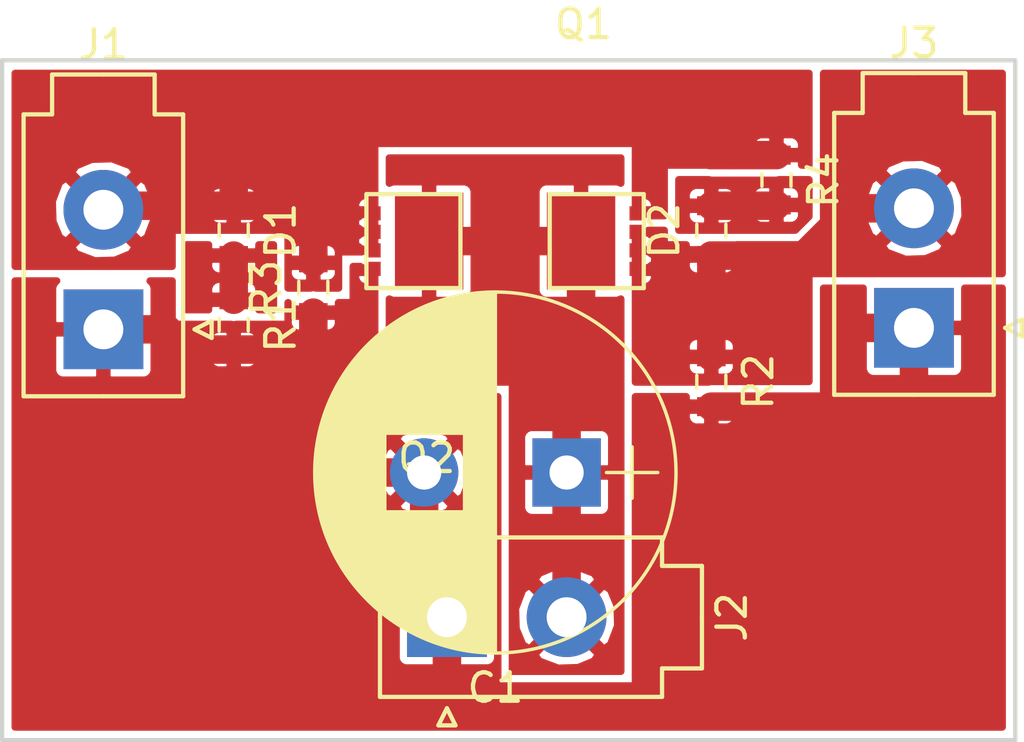
<source format=kicad_pcb>
(kicad_pcb (version 4) (host pcbnew 4.0.7-e2-6376~58~ubuntu16.04.1)

  (general
    (links 24)
    (no_connects 24)
    (area 0 0 0 0)
    (thickness 1.6)
    (drawings 5)
    (tracks 60)
    (zones 0)
    (modules 12)
    (nets 7)
  )

  (page A4)
  (layers
    (0 F.Cu signal)
    (31 B.Cu signal)
    (32 B.Adhes user)
    (33 F.Adhes user)
    (34 B.Paste user)
    (35 F.Paste user)
    (36 B.SilkS user)
    (37 F.SilkS user)
    (38 B.Mask user)
    (39 F.Mask user)
    (40 Dwgs.User user)
    (41 Cmts.User user)
    (42 Eco1.User user)
    (43 Eco2.User user)
    (44 Edge.Cuts user)
    (45 Margin user)
    (46 B.CrtYd user)
    (47 F.CrtYd user)
    (48 B.Fab user)
    (49 F.Fab user)
  )

  (setup
    (last_trace_width 1)
    (trace_clearance 0.2)
    (zone_clearance 0.254)
    (zone_45_only yes)
    (trace_min 0.2)
    (segment_width 0.2)
    (edge_width 0.15)
    (via_size 0.6)
    (via_drill 0.4)
    (via_min_size 0.4)
    (via_min_drill 0.3)
    (uvia_size 0.3)
    (uvia_drill 0.1)
    (uvias_allowed no)
    (uvia_min_size 0.2)
    (uvia_min_drill 0.1)
    (pcb_text_width 0.3)
    (pcb_text_size 1.5 1.5)
    (mod_edge_width 0.15)
    (mod_text_size 1 1)
    (mod_text_width 0.15)
    (pad_size 1.524 1.524)
    (pad_drill 0.762)
    (pad_to_mask_clearance 0.2)
    (aux_axis_origin 0 0)
    (visible_elements FFFFFF7F)
    (pcbplotparams
      (layerselection 0x00030_80000001)
      (usegerberextensions false)
      (excludeedgelayer true)
      (linewidth 0.100000)
      (plotframeref false)
      (viasonmask false)
      (mode 1)
      (useauxorigin false)
      (hpglpennumber 1)
      (hpglpenspeed 20)
      (hpglpendiameter 15)
      (hpglpenoverlay 2)
      (psnegative false)
      (psa4output false)
      (plotreference true)
      (plotvalue true)
      (plotinvisibletext false)
      (padsonsilk false)
      (subtractmaskfromsilk false)
      (outputformat 1)
      (mirror false)
      (drillshape 1)
      (scaleselection 1)
      (outputdirectory ""))
  )

  (net 0 "")
  (net 1 GND)
  (net 2 "Net-(D1-Pad2)")
  (net 3 "Net-(D2-Pad2)")
  (net 4 /EXT+)
  (net 5 /Batt+)
  (net 6 "Net-(C1-Pad1)")

  (net_class Default "This is the default net class."
    (clearance 0.2)
    (trace_width 1)
    (via_dia 0.6)
    (via_drill 0.4)
    (uvia_dia 0.3)
    (uvia_drill 0.1)
    (add_net /Batt+)
    (add_net /EXT+)
    (add_net GND)
    (add_net "Net-(C1-Pad1)")
    (add_net "Net-(D1-Pad2)")
    (add_net "Net-(D2-Pad2)")
  )

  (module Capacitors_THT:CP_Radial_D12.5mm_P5.00mm (layer F.Cu) (tedit 597BC7C2) (tstamp 5A579ACB)
    (at 121.158 81.788 180)
    (descr "CP, Radial series, Radial, pin pitch=5.00mm, , diameter=12.5mm, Electrolytic Capacitor")
    (tags "CP Radial series Radial pin pitch 5.00mm  diameter 12.5mm Electrolytic Capacitor")
    (path /5A57B3A7)
    (fp_text reference C1 (at 2.5 -7.56 180) (layer F.SilkS)
      (effects (font (size 1 1) (thickness 0.15)))
    )
    (fp_text value CP1 (at 2.5 7.56 180) (layer F.Fab)
      (effects (font (size 1 1) (thickness 0.15)))
    )
    (fp_circle (center 2.5 0) (end 8.75 0) (layer F.Fab) (width 0.1))
    (fp_circle (center 2.5 0) (end 8.84 0) (layer F.SilkS) (width 0.12))
    (fp_line (start -3.2 0) (end -1.4 0) (layer F.Fab) (width 0.1))
    (fp_line (start -2.3 -0.9) (end -2.3 0.9) (layer F.Fab) (width 0.1))
    (fp_line (start 2.5 -6.3) (end 2.5 6.3) (layer F.SilkS) (width 0.12))
    (fp_line (start 2.54 -6.3) (end 2.54 6.3) (layer F.SilkS) (width 0.12))
    (fp_line (start 2.58 -6.3) (end 2.58 6.3) (layer F.SilkS) (width 0.12))
    (fp_line (start 2.62 -6.299) (end 2.62 6.299) (layer F.SilkS) (width 0.12))
    (fp_line (start 2.66 -6.298) (end 2.66 6.298) (layer F.SilkS) (width 0.12))
    (fp_line (start 2.7 -6.297) (end 2.7 6.297) (layer F.SilkS) (width 0.12))
    (fp_line (start 2.74 -6.296) (end 2.74 6.296) (layer F.SilkS) (width 0.12))
    (fp_line (start 2.78 -6.294) (end 2.78 6.294) (layer F.SilkS) (width 0.12))
    (fp_line (start 2.82 -6.292) (end 2.82 6.292) (layer F.SilkS) (width 0.12))
    (fp_line (start 2.86 -6.29) (end 2.86 6.29) (layer F.SilkS) (width 0.12))
    (fp_line (start 2.9 -6.288) (end 2.9 6.288) (layer F.SilkS) (width 0.12))
    (fp_line (start 2.94 -6.285) (end 2.94 6.285) (layer F.SilkS) (width 0.12))
    (fp_line (start 2.98 -6.282) (end 2.98 6.282) (layer F.SilkS) (width 0.12))
    (fp_line (start 3.02 -6.279) (end 3.02 6.279) (layer F.SilkS) (width 0.12))
    (fp_line (start 3.06 -6.276) (end 3.06 6.276) (layer F.SilkS) (width 0.12))
    (fp_line (start 3.1 -6.272) (end 3.1 6.272) (layer F.SilkS) (width 0.12))
    (fp_line (start 3.14 -6.268) (end 3.14 6.268) (layer F.SilkS) (width 0.12))
    (fp_line (start 3.18 -6.264) (end 3.18 6.264) (layer F.SilkS) (width 0.12))
    (fp_line (start 3.221 -6.259) (end 3.221 6.259) (layer F.SilkS) (width 0.12))
    (fp_line (start 3.261 -6.255) (end 3.261 6.255) (layer F.SilkS) (width 0.12))
    (fp_line (start 3.301 -6.25) (end 3.301 6.25) (layer F.SilkS) (width 0.12))
    (fp_line (start 3.341 -6.245) (end 3.341 6.245) (layer F.SilkS) (width 0.12))
    (fp_line (start 3.381 -6.239) (end 3.381 6.239) (layer F.SilkS) (width 0.12))
    (fp_line (start 3.421 -6.233) (end 3.421 6.233) (layer F.SilkS) (width 0.12))
    (fp_line (start 3.461 -6.227) (end 3.461 6.227) (layer F.SilkS) (width 0.12))
    (fp_line (start 3.501 -6.221) (end 3.501 6.221) (layer F.SilkS) (width 0.12))
    (fp_line (start 3.541 -6.215) (end 3.541 6.215) (layer F.SilkS) (width 0.12))
    (fp_line (start 3.581 -6.208) (end 3.581 6.208) (layer F.SilkS) (width 0.12))
    (fp_line (start 3.621 -6.201) (end 3.621 -1.38) (layer F.SilkS) (width 0.12))
    (fp_line (start 3.621 1.38) (end 3.621 6.201) (layer F.SilkS) (width 0.12))
    (fp_line (start 3.661 -6.193) (end 3.661 -1.38) (layer F.SilkS) (width 0.12))
    (fp_line (start 3.661 1.38) (end 3.661 6.193) (layer F.SilkS) (width 0.12))
    (fp_line (start 3.701 -6.186) (end 3.701 -1.38) (layer F.SilkS) (width 0.12))
    (fp_line (start 3.701 1.38) (end 3.701 6.186) (layer F.SilkS) (width 0.12))
    (fp_line (start 3.741 -6.178) (end 3.741 -1.38) (layer F.SilkS) (width 0.12))
    (fp_line (start 3.741 1.38) (end 3.741 6.178) (layer F.SilkS) (width 0.12))
    (fp_line (start 3.781 -6.17) (end 3.781 -1.38) (layer F.SilkS) (width 0.12))
    (fp_line (start 3.781 1.38) (end 3.781 6.17) (layer F.SilkS) (width 0.12))
    (fp_line (start 3.821 -6.162) (end 3.821 -1.38) (layer F.SilkS) (width 0.12))
    (fp_line (start 3.821 1.38) (end 3.821 6.162) (layer F.SilkS) (width 0.12))
    (fp_line (start 3.861 -6.153) (end 3.861 -1.38) (layer F.SilkS) (width 0.12))
    (fp_line (start 3.861 1.38) (end 3.861 6.153) (layer F.SilkS) (width 0.12))
    (fp_line (start 3.901 -6.144) (end 3.901 -1.38) (layer F.SilkS) (width 0.12))
    (fp_line (start 3.901 1.38) (end 3.901 6.144) (layer F.SilkS) (width 0.12))
    (fp_line (start 3.941 -6.135) (end 3.941 -1.38) (layer F.SilkS) (width 0.12))
    (fp_line (start 3.941 1.38) (end 3.941 6.135) (layer F.SilkS) (width 0.12))
    (fp_line (start 3.981 -6.125) (end 3.981 -1.38) (layer F.SilkS) (width 0.12))
    (fp_line (start 3.981 1.38) (end 3.981 6.125) (layer F.SilkS) (width 0.12))
    (fp_line (start 4.021 -6.116) (end 4.021 -1.38) (layer F.SilkS) (width 0.12))
    (fp_line (start 4.021 1.38) (end 4.021 6.116) (layer F.SilkS) (width 0.12))
    (fp_line (start 4.061 -6.106) (end 4.061 -1.38) (layer F.SilkS) (width 0.12))
    (fp_line (start 4.061 1.38) (end 4.061 6.106) (layer F.SilkS) (width 0.12))
    (fp_line (start 4.101 -6.095) (end 4.101 -1.38) (layer F.SilkS) (width 0.12))
    (fp_line (start 4.101 1.38) (end 4.101 6.095) (layer F.SilkS) (width 0.12))
    (fp_line (start 4.141 -6.085) (end 4.141 -1.38) (layer F.SilkS) (width 0.12))
    (fp_line (start 4.141 1.38) (end 4.141 6.085) (layer F.SilkS) (width 0.12))
    (fp_line (start 4.181 -6.074) (end 4.181 -1.38) (layer F.SilkS) (width 0.12))
    (fp_line (start 4.181 1.38) (end 4.181 6.074) (layer F.SilkS) (width 0.12))
    (fp_line (start 4.221 -6.063) (end 4.221 -1.38) (layer F.SilkS) (width 0.12))
    (fp_line (start 4.221 1.38) (end 4.221 6.063) (layer F.SilkS) (width 0.12))
    (fp_line (start 4.261 -6.051) (end 4.261 -1.38) (layer F.SilkS) (width 0.12))
    (fp_line (start 4.261 1.38) (end 4.261 6.051) (layer F.SilkS) (width 0.12))
    (fp_line (start 4.301 -6.04) (end 4.301 -1.38) (layer F.SilkS) (width 0.12))
    (fp_line (start 4.301 1.38) (end 4.301 6.04) (layer F.SilkS) (width 0.12))
    (fp_line (start 4.341 -6.028) (end 4.341 -1.38) (layer F.SilkS) (width 0.12))
    (fp_line (start 4.341 1.38) (end 4.341 6.028) (layer F.SilkS) (width 0.12))
    (fp_line (start 4.381 -6.015) (end 4.381 -1.38) (layer F.SilkS) (width 0.12))
    (fp_line (start 4.381 1.38) (end 4.381 6.015) (layer F.SilkS) (width 0.12))
    (fp_line (start 4.421 -6.003) (end 4.421 -1.38) (layer F.SilkS) (width 0.12))
    (fp_line (start 4.421 1.38) (end 4.421 6.003) (layer F.SilkS) (width 0.12))
    (fp_line (start 4.461 -5.99) (end 4.461 -1.38) (layer F.SilkS) (width 0.12))
    (fp_line (start 4.461 1.38) (end 4.461 5.99) (layer F.SilkS) (width 0.12))
    (fp_line (start 4.501 -5.977) (end 4.501 -1.38) (layer F.SilkS) (width 0.12))
    (fp_line (start 4.501 1.38) (end 4.501 5.977) (layer F.SilkS) (width 0.12))
    (fp_line (start 4.541 -5.963) (end 4.541 -1.38) (layer F.SilkS) (width 0.12))
    (fp_line (start 4.541 1.38) (end 4.541 5.963) (layer F.SilkS) (width 0.12))
    (fp_line (start 4.581 -5.95) (end 4.581 -1.38) (layer F.SilkS) (width 0.12))
    (fp_line (start 4.581 1.38) (end 4.581 5.95) (layer F.SilkS) (width 0.12))
    (fp_line (start 4.621 -5.936) (end 4.621 -1.38) (layer F.SilkS) (width 0.12))
    (fp_line (start 4.621 1.38) (end 4.621 5.936) (layer F.SilkS) (width 0.12))
    (fp_line (start 4.661 -5.921) (end 4.661 -1.38) (layer F.SilkS) (width 0.12))
    (fp_line (start 4.661 1.38) (end 4.661 5.921) (layer F.SilkS) (width 0.12))
    (fp_line (start 4.701 -5.907) (end 4.701 -1.38) (layer F.SilkS) (width 0.12))
    (fp_line (start 4.701 1.38) (end 4.701 5.907) (layer F.SilkS) (width 0.12))
    (fp_line (start 4.741 -5.892) (end 4.741 -1.38) (layer F.SilkS) (width 0.12))
    (fp_line (start 4.741 1.38) (end 4.741 5.892) (layer F.SilkS) (width 0.12))
    (fp_line (start 4.781 -5.876) (end 4.781 -1.38) (layer F.SilkS) (width 0.12))
    (fp_line (start 4.781 1.38) (end 4.781 5.876) (layer F.SilkS) (width 0.12))
    (fp_line (start 4.821 -5.861) (end 4.821 -1.38) (layer F.SilkS) (width 0.12))
    (fp_line (start 4.821 1.38) (end 4.821 5.861) (layer F.SilkS) (width 0.12))
    (fp_line (start 4.861 -5.845) (end 4.861 -1.38) (layer F.SilkS) (width 0.12))
    (fp_line (start 4.861 1.38) (end 4.861 5.845) (layer F.SilkS) (width 0.12))
    (fp_line (start 4.901 -5.829) (end 4.901 -1.38) (layer F.SilkS) (width 0.12))
    (fp_line (start 4.901 1.38) (end 4.901 5.829) (layer F.SilkS) (width 0.12))
    (fp_line (start 4.941 -5.812) (end 4.941 -1.38) (layer F.SilkS) (width 0.12))
    (fp_line (start 4.941 1.38) (end 4.941 5.812) (layer F.SilkS) (width 0.12))
    (fp_line (start 4.981 -5.795) (end 4.981 -1.38) (layer F.SilkS) (width 0.12))
    (fp_line (start 4.981 1.38) (end 4.981 5.795) (layer F.SilkS) (width 0.12))
    (fp_line (start 5.021 -5.778) (end 5.021 -1.38) (layer F.SilkS) (width 0.12))
    (fp_line (start 5.021 1.38) (end 5.021 5.778) (layer F.SilkS) (width 0.12))
    (fp_line (start 5.061 -5.761) (end 5.061 -1.38) (layer F.SilkS) (width 0.12))
    (fp_line (start 5.061 1.38) (end 5.061 5.761) (layer F.SilkS) (width 0.12))
    (fp_line (start 5.101 -5.743) (end 5.101 -1.38) (layer F.SilkS) (width 0.12))
    (fp_line (start 5.101 1.38) (end 5.101 5.743) (layer F.SilkS) (width 0.12))
    (fp_line (start 5.141 -5.725) (end 5.141 -1.38) (layer F.SilkS) (width 0.12))
    (fp_line (start 5.141 1.38) (end 5.141 5.725) (layer F.SilkS) (width 0.12))
    (fp_line (start 5.181 -5.706) (end 5.181 -1.38) (layer F.SilkS) (width 0.12))
    (fp_line (start 5.181 1.38) (end 5.181 5.706) (layer F.SilkS) (width 0.12))
    (fp_line (start 5.221 -5.687) (end 5.221 -1.38) (layer F.SilkS) (width 0.12))
    (fp_line (start 5.221 1.38) (end 5.221 5.687) (layer F.SilkS) (width 0.12))
    (fp_line (start 5.261 -5.668) (end 5.261 -1.38) (layer F.SilkS) (width 0.12))
    (fp_line (start 5.261 1.38) (end 5.261 5.668) (layer F.SilkS) (width 0.12))
    (fp_line (start 5.301 -5.649) (end 5.301 -1.38) (layer F.SilkS) (width 0.12))
    (fp_line (start 5.301 1.38) (end 5.301 5.649) (layer F.SilkS) (width 0.12))
    (fp_line (start 5.341 -5.629) (end 5.341 -1.38) (layer F.SilkS) (width 0.12))
    (fp_line (start 5.341 1.38) (end 5.341 5.629) (layer F.SilkS) (width 0.12))
    (fp_line (start 5.381 -5.609) (end 5.381 -1.38) (layer F.SilkS) (width 0.12))
    (fp_line (start 5.381 1.38) (end 5.381 5.609) (layer F.SilkS) (width 0.12))
    (fp_line (start 5.421 -5.588) (end 5.421 -1.38) (layer F.SilkS) (width 0.12))
    (fp_line (start 5.421 1.38) (end 5.421 5.588) (layer F.SilkS) (width 0.12))
    (fp_line (start 5.461 -5.567) (end 5.461 -1.38) (layer F.SilkS) (width 0.12))
    (fp_line (start 5.461 1.38) (end 5.461 5.567) (layer F.SilkS) (width 0.12))
    (fp_line (start 5.501 -5.546) (end 5.501 -1.38) (layer F.SilkS) (width 0.12))
    (fp_line (start 5.501 1.38) (end 5.501 5.546) (layer F.SilkS) (width 0.12))
    (fp_line (start 5.541 -5.524) (end 5.541 -1.38) (layer F.SilkS) (width 0.12))
    (fp_line (start 5.541 1.38) (end 5.541 5.524) (layer F.SilkS) (width 0.12))
    (fp_line (start 5.581 -5.502) (end 5.581 -1.38) (layer F.SilkS) (width 0.12))
    (fp_line (start 5.581 1.38) (end 5.581 5.502) (layer F.SilkS) (width 0.12))
    (fp_line (start 5.621 -5.48) (end 5.621 -1.38) (layer F.SilkS) (width 0.12))
    (fp_line (start 5.621 1.38) (end 5.621 5.48) (layer F.SilkS) (width 0.12))
    (fp_line (start 5.661 -5.457) (end 5.661 -1.38) (layer F.SilkS) (width 0.12))
    (fp_line (start 5.661 1.38) (end 5.661 5.457) (layer F.SilkS) (width 0.12))
    (fp_line (start 5.701 -5.434) (end 5.701 -1.38) (layer F.SilkS) (width 0.12))
    (fp_line (start 5.701 1.38) (end 5.701 5.434) (layer F.SilkS) (width 0.12))
    (fp_line (start 5.741 -5.41) (end 5.741 -1.38) (layer F.SilkS) (width 0.12))
    (fp_line (start 5.741 1.38) (end 5.741 5.41) (layer F.SilkS) (width 0.12))
    (fp_line (start 5.781 -5.386) (end 5.781 -1.38) (layer F.SilkS) (width 0.12))
    (fp_line (start 5.781 1.38) (end 5.781 5.386) (layer F.SilkS) (width 0.12))
    (fp_line (start 5.821 -5.362) (end 5.821 -1.38) (layer F.SilkS) (width 0.12))
    (fp_line (start 5.821 1.38) (end 5.821 5.362) (layer F.SilkS) (width 0.12))
    (fp_line (start 5.861 -5.337) (end 5.861 -1.38) (layer F.SilkS) (width 0.12))
    (fp_line (start 5.861 1.38) (end 5.861 5.337) (layer F.SilkS) (width 0.12))
    (fp_line (start 5.901 -5.312) (end 5.901 -1.38) (layer F.SilkS) (width 0.12))
    (fp_line (start 5.901 1.38) (end 5.901 5.312) (layer F.SilkS) (width 0.12))
    (fp_line (start 5.941 -5.286) (end 5.941 -1.38) (layer F.SilkS) (width 0.12))
    (fp_line (start 5.941 1.38) (end 5.941 5.286) (layer F.SilkS) (width 0.12))
    (fp_line (start 5.981 -5.26) (end 5.981 -1.38) (layer F.SilkS) (width 0.12))
    (fp_line (start 5.981 1.38) (end 5.981 5.26) (layer F.SilkS) (width 0.12))
    (fp_line (start 6.021 -5.234) (end 6.021 -1.38) (layer F.SilkS) (width 0.12))
    (fp_line (start 6.021 1.38) (end 6.021 5.234) (layer F.SilkS) (width 0.12))
    (fp_line (start 6.061 -5.207) (end 6.061 -1.38) (layer F.SilkS) (width 0.12))
    (fp_line (start 6.061 1.38) (end 6.061 5.207) (layer F.SilkS) (width 0.12))
    (fp_line (start 6.101 -5.179) (end 6.101 -1.38) (layer F.SilkS) (width 0.12))
    (fp_line (start 6.101 1.38) (end 6.101 5.179) (layer F.SilkS) (width 0.12))
    (fp_line (start 6.141 -5.151) (end 6.141 -1.38) (layer F.SilkS) (width 0.12))
    (fp_line (start 6.141 1.38) (end 6.141 5.151) (layer F.SilkS) (width 0.12))
    (fp_line (start 6.181 -5.123) (end 6.181 -1.38) (layer F.SilkS) (width 0.12))
    (fp_line (start 6.181 1.38) (end 6.181 5.123) (layer F.SilkS) (width 0.12))
    (fp_line (start 6.221 -5.094) (end 6.221 -1.38) (layer F.SilkS) (width 0.12))
    (fp_line (start 6.221 1.38) (end 6.221 5.094) (layer F.SilkS) (width 0.12))
    (fp_line (start 6.261 -5.065) (end 6.261 -1.38) (layer F.SilkS) (width 0.12))
    (fp_line (start 6.261 1.38) (end 6.261 5.065) (layer F.SilkS) (width 0.12))
    (fp_line (start 6.301 -5.035) (end 6.301 -1.38) (layer F.SilkS) (width 0.12))
    (fp_line (start 6.301 1.38) (end 6.301 5.035) (layer F.SilkS) (width 0.12))
    (fp_line (start 6.341 -5.005) (end 6.341 -1.38) (layer F.SilkS) (width 0.12))
    (fp_line (start 6.341 1.38) (end 6.341 5.005) (layer F.SilkS) (width 0.12))
    (fp_line (start 6.381 -4.975) (end 6.381 4.975) (layer F.SilkS) (width 0.12))
    (fp_line (start 6.421 -4.943) (end 6.421 4.943) (layer F.SilkS) (width 0.12))
    (fp_line (start 6.461 -4.912) (end 6.461 4.912) (layer F.SilkS) (width 0.12))
    (fp_line (start 6.501 -4.879) (end 6.501 4.879) (layer F.SilkS) (width 0.12))
    (fp_line (start 6.541 -4.847) (end 6.541 4.847) (layer F.SilkS) (width 0.12))
    (fp_line (start 6.581 -4.813) (end 6.581 4.813) (layer F.SilkS) (width 0.12))
    (fp_line (start 6.621 -4.779) (end 6.621 4.779) (layer F.SilkS) (width 0.12))
    (fp_line (start 6.661 -4.745) (end 6.661 4.745) (layer F.SilkS) (width 0.12))
    (fp_line (start 6.701 -4.71) (end 6.701 4.71) (layer F.SilkS) (width 0.12))
    (fp_line (start 6.741 -4.674) (end 6.741 4.674) (layer F.SilkS) (width 0.12))
    (fp_line (start 6.781 -4.638) (end 6.781 4.638) (layer F.SilkS) (width 0.12))
    (fp_line (start 6.821 -4.601) (end 6.821 4.601) (layer F.SilkS) (width 0.12))
    (fp_line (start 6.861 -4.563) (end 6.861 4.563) (layer F.SilkS) (width 0.12))
    (fp_line (start 6.901 -4.525) (end 6.901 4.525) (layer F.SilkS) (width 0.12))
    (fp_line (start 6.941 -4.486) (end 6.941 4.486) (layer F.SilkS) (width 0.12))
    (fp_line (start 6.981 -4.447) (end 6.981 4.447) (layer F.SilkS) (width 0.12))
    (fp_line (start 7.021 -4.406) (end 7.021 4.406) (layer F.SilkS) (width 0.12))
    (fp_line (start 7.061 -4.365) (end 7.061 4.365) (layer F.SilkS) (width 0.12))
    (fp_line (start 7.101 -4.323) (end 7.101 4.323) (layer F.SilkS) (width 0.12))
    (fp_line (start 7.141 -4.281) (end 7.141 4.281) (layer F.SilkS) (width 0.12))
    (fp_line (start 7.181 -4.238) (end 7.181 4.238) (layer F.SilkS) (width 0.12))
    (fp_line (start 7.221 -4.193) (end 7.221 4.193) (layer F.SilkS) (width 0.12))
    (fp_line (start 7.261 -4.148) (end 7.261 4.148) (layer F.SilkS) (width 0.12))
    (fp_line (start 7.301 -4.102) (end 7.301 4.102) (layer F.SilkS) (width 0.12))
    (fp_line (start 7.341 -4.056) (end 7.341 4.056) (layer F.SilkS) (width 0.12))
    (fp_line (start 7.381 -4.008) (end 7.381 4.008) (layer F.SilkS) (width 0.12))
    (fp_line (start 7.421 -3.959) (end 7.421 3.959) (layer F.SilkS) (width 0.12))
    (fp_line (start 7.461 -3.909) (end 7.461 3.909) (layer F.SilkS) (width 0.12))
    (fp_line (start 7.501 -3.859) (end 7.501 3.859) (layer F.SilkS) (width 0.12))
    (fp_line (start 7.541 -3.807) (end 7.541 3.807) (layer F.SilkS) (width 0.12))
    (fp_line (start 7.581 -3.754) (end 7.581 3.754) (layer F.SilkS) (width 0.12))
    (fp_line (start 7.621 -3.7) (end 7.621 3.7) (layer F.SilkS) (width 0.12))
    (fp_line (start 7.661 -3.644) (end 7.661 3.644) (layer F.SilkS) (width 0.12))
    (fp_line (start 7.701 -3.588) (end 7.701 3.588) (layer F.SilkS) (width 0.12))
    (fp_line (start 7.741 -3.53) (end 7.741 3.53) (layer F.SilkS) (width 0.12))
    (fp_line (start 7.781 -3.47) (end 7.781 3.47) (layer F.SilkS) (width 0.12))
    (fp_line (start 7.821 -3.409) (end 7.821 3.409) (layer F.SilkS) (width 0.12))
    (fp_line (start 7.861 -3.347) (end 7.861 3.347) (layer F.SilkS) (width 0.12))
    (fp_line (start 7.901 -3.282) (end 7.901 3.282) (layer F.SilkS) (width 0.12))
    (fp_line (start 7.941 -3.217) (end 7.941 3.217) (layer F.SilkS) (width 0.12))
    (fp_line (start 7.981 -3.149) (end 7.981 3.149) (layer F.SilkS) (width 0.12))
    (fp_line (start 8.021 -3.079) (end 8.021 3.079) (layer F.SilkS) (width 0.12))
    (fp_line (start 8.061 -3.007) (end 8.061 3.007) (layer F.SilkS) (width 0.12))
    (fp_line (start 8.101 -2.933) (end 8.101 2.933) (layer F.SilkS) (width 0.12))
    (fp_line (start 8.141 -2.856) (end 8.141 2.856) (layer F.SilkS) (width 0.12))
    (fp_line (start 8.181 -2.777) (end 8.181 2.777) (layer F.SilkS) (width 0.12))
    (fp_line (start 8.221 -2.695) (end 8.221 2.695) (layer F.SilkS) (width 0.12))
    (fp_line (start 8.261 -2.61) (end 8.261 2.61) (layer F.SilkS) (width 0.12))
    (fp_line (start 8.301 -2.521) (end 8.301 2.521) (layer F.SilkS) (width 0.12))
    (fp_line (start 8.341 -2.428) (end 8.341 2.428) (layer F.SilkS) (width 0.12))
    (fp_line (start 8.381 -2.331) (end 8.381 2.331) (layer F.SilkS) (width 0.12))
    (fp_line (start 8.421 -2.23) (end 8.421 2.23) (layer F.SilkS) (width 0.12))
    (fp_line (start 8.461 -2.122) (end 8.461 2.122) (layer F.SilkS) (width 0.12))
    (fp_line (start 8.501 -2.009) (end 8.501 2.009) (layer F.SilkS) (width 0.12))
    (fp_line (start 8.541 -1.888) (end 8.541 1.888) (layer F.SilkS) (width 0.12))
    (fp_line (start 8.581 -1.757) (end 8.581 1.757) (layer F.SilkS) (width 0.12))
    (fp_line (start 8.621 -1.616) (end 8.621 1.616) (layer F.SilkS) (width 0.12))
    (fp_line (start 8.661 -1.46) (end 8.661 1.46) (layer F.SilkS) (width 0.12))
    (fp_line (start 8.701 -1.285) (end 8.701 1.285) (layer F.SilkS) (width 0.12))
    (fp_line (start 8.741 -1.082) (end 8.741 1.082) (layer F.SilkS) (width 0.12))
    (fp_line (start 8.781 -0.831) (end 8.781 0.831) (layer F.SilkS) (width 0.12))
    (fp_line (start 8.821 -0.464) (end 8.821 0.464) (layer F.SilkS) (width 0.12))
    (fp_line (start -3.2 0) (end -1.4 0) (layer F.SilkS) (width 0.12))
    (fp_line (start -2.3 -0.9) (end -2.3 0.9) (layer F.SilkS) (width 0.12))
    (fp_line (start -4.1 -6.6) (end -4.1 6.6) (layer F.CrtYd) (width 0.05))
    (fp_line (start -4.1 6.6) (end 9.1 6.6) (layer F.CrtYd) (width 0.05))
    (fp_line (start 9.1 6.6) (end 9.1 -6.6) (layer F.CrtYd) (width 0.05))
    (fp_line (start 9.1 -6.6) (end -4.1 -6.6) (layer F.CrtYd) (width 0.05))
    (fp_text user %R (at 2.5 0 180) (layer F.Fab)
      (effects (font (size 1 1) (thickness 0.15)))
    )
    (pad 1 thru_hole rect (at 0 0 180) (size 2.4 2.4) (drill 1.2) (layers *.Cu *.Mask)
      (net 6 "Net-(C1-Pad1)"))
    (pad 2 thru_hole circle (at 5 0 180) (size 2.4 2.4) (drill 1.2) (layers *.Cu *.Mask)
      (net 1 GND))
    (model ${KISYS3DMOD}/Capacitors_THT.3dshapes/CP_Radial_D12.5mm_P5.00mm.wrl
      (at (xyz 0 0 0))
      (scale (xyz 1 1 1))
      (rotate (xyz 0 0 0))
    )
  )

  (module Resistor_SMD:R_0603_1608Metric (layer F.Cu) (tedit 59FE48B8) (tstamp 5A579AD1)
    (at 109.474 73.293 270)
    (descr "Resistor SMD 0603 (1608 Metric), square (rectangular) end terminal, IPC_7351 nominal, (Body size source: http://www.tortai-tech.com/upload/download/2011102023233369053.pdf), generated with kicad-footprint-generator")
    (tags resistor)
    (path /5A57B600)
    (attr smd)
    (fp_text reference D1 (at 0 -1.65 270) (layer F.SilkS)
      (effects (font (size 1 1) (thickness 0.15)))
    )
    (fp_text value D_Zener_Small (at 0 1.65 270) (layer F.Fab)
      (effects (font (size 1 1) (thickness 0.15)))
    )
    (fp_line (start -0.8 0.4) (end -0.8 -0.4) (layer F.Fab) (width 0.1))
    (fp_line (start -0.8 -0.4) (end 0.8 -0.4) (layer F.Fab) (width 0.1))
    (fp_line (start 0.8 -0.4) (end 0.8 0.4) (layer F.Fab) (width 0.1))
    (fp_line (start 0.8 0.4) (end -0.8 0.4) (layer F.Fab) (width 0.1))
    (fp_line (start -0.22 -0.51) (end 0.22 -0.51) (layer F.SilkS) (width 0.12))
    (fp_line (start -0.22 0.51) (end 0.22 0.51) (layer F.SilkS) (width 0.12))
    (fp_line (start -1.46 0.75) (end -1.46 -0.75) (layer F.CrtYd) (width 0.05))
    (fp_line (start -1.46 -0.75) (end 1.46 -0.75) (layer F.CrtYd) (width 0.05))
    (fp_line (start 1.46 -0.75) (end 1.46 0.75) (layer F.CrtYd) (width 0.05))
    (fp_line (start 1.46 0.75) (end -1.46 0.75) (layer F.CrtYd) (width 0.05))
    (fp_text user %R (at 0 0 270) (layer F.Fab)
      (effects (font (size 0.5 0.5) (thickness 0.08)))
    )
    (pad 1 smd rect (at -0.875 0 270) (size 0.67 1) (layers F.Cu F.Paste F.Mask)
      (net 4 /EXT+))
    (pad 2 smd rect (at 0.875 0 270) (size 0.67 1) (layers F.Cu F.Paste F.Mask)
      (net 2 "Net-(D1-Pad2)"))
    (model ${KISYS3DMOD}/Resistor_SMD.3dshapes/R_0603_1608Metric.wrl
      (at (xyz 0 0 0))
      (scale (xyz 1 1 1))
      (rotate (xyz 0 0 0))
    )
  )

  (module Resistor_SMD:R_0603_1608Metric (layer F.Cu) (tedit 59FE48B8) (tstamp 5A579AD7)
    (at 126.238 73.293 90)
    (descr "Resistor SMD 0603 (1608 Metric), square (rectangular) end terminal, IPC_7351 nominal, (Body size source: http://www.tortai-tech.com/upload/download/2011102023233369053.pdf), generated with kicad-footprint-generator")
    (tags resistor)
    (path /5A57B905)
    (attr smd)
    (fp_text reference D2 (at 0 -1.65 90) (layer F.SilkS)
      (effects (font (size 1 1) (thickness 0.15)))
    )
    (fp_text value D_Zener_Small (at 0 1.65 90) (layer F.Fab)
      (effects (font (size 1 1) (thickness 0.15)))
    )
    (fp_line (start -0.8 0.4) (end -0.8 -0.4) (layer F.Fab) (width 0.1))
    (fp_line (start -0.8 -0.4) (end 0.8 -0.4) (layer F.Fab) (width 0.1))
    (fp_line (start 0.8 -0.4) (end 0.8 0.4) (layer F.Fab) (width 0.1))
    (fp_line (start 0.8 0.4) (end -0.8 0.4) (layer F.Fab) (width 0.1))
    (fp_line (start -0.22 -0.51) (end 0.22 -0.51) (layer F.SilkS) (width 0.12))
    (fp_line (start -0.22 0.51) (end 0.22 0.51) (layer F.SilkS) (width 0.12))
    (fp_line (start -1.46 0.75) (end -1.46 -0.75) (layer F.CrtYd) (width 0.05))
    (fp_line (start -1.46 -0.75) (end 1.46 -0.75) (layer F.CrtYd) (width 0.05))
    (fp_line (start 1.46 -0.75) (end 1.46 0.75) (layer F.CrtYd) (width 0.05))
    (fp_line (start 1.46 0.75) (end -1.46 0.75) (layer F.CrtYd) (width 0.05))
    (fp_text user %R (at 0 0 90) (layer F.Fab)
      (effects (font (size 0.5 0.5) (thickness 0.08)))
    )
    (pad 1 smd rect (at -0.875 0 90) (size 0.67 1) (layers F.Cu F.Paste F.Mask)
      (net 5 /Batt+))
    (pad 2 smd rect (at 0.875 0 90) (size 0.67 1) (layers F.Cu F.Paste F.Mask)
      (net 3 "Net-(D2-Pad2)"))
    (model ${KISYS3DMOD}/Resistor_SMD.3dshapes/R_0603_1608Metric.wrl
      (at (xyz 0 0 0))
      (scale (xyz 1 1 1))
      (rotate (xyz 0 0 0))
    )
  )

  (module correct_molex:Molex_MiniFit-JR-5556-02A_2x01x4.20mm_Straight (layer F.Cu) (tedit 589BA64B) (tstamp 5A579ADD)
    (at 104.899326 76.759136 180)
    (descr "Molex Mini-Fit JR, PN:5556-02A, dual row, top entry type, through hole")
    (tags "connector molex mini-fit 5556")
    (path /5A57900C)
    (fp_text reference J1 (at 0 10 180) (layer F.SilkS)
      (effects (font (size 1 1) (thickness 0.15)))
    )
    (fp_text value Ext_in (at 0 -4 180) (layer F.Fab)
      (effects (font (size 1 1) (thickness 0.15)))
    )
    (fp_line (start -2.7 -2.25) (end -2.7 7.45) (layer F.Fab) (width 0.05))
    (fp_line (start -2.7 7.45) (end 2.7 7.45) (layer F.Fab) (width 0.05))
    (fp_line (start 2.7 7.45) (end 2.7 -2.25) (layer F.Fab) (width 0.05))
    (fp_line (start 2.7 -2.25) (end -2.7 -2.25) (layer F.Fab) (width 0.05))
    (fp_line (start -1.7 7.45) (end -1.7 8.85) (layer F.Fab) (width 0.05))
    (fp_line (start -1.7 8.85) (end 1.7 8.85) (layer F.Fab) (width 0.05))
    (fp_line (start 1.7 8.85) (end 1.7 7.45) (layer F.Fab) (width 0.05))
    (fp_line (start -1.75 -1.75) (end -1.75 1.75) (layer F.Fab) (width 0.05))
    (fp_line (start -1.75 1.75) (end 1.75 1.75) (layer F.Fab) (width 0.05))
    (fp_line (start 1.75 1.75) (end 1.75 -1.75) (layer F.Fab) (width 0.05))
    (fp_line (start 1.75 -1.75) (end -1.75 -1.75) (layer F.Fab) (width 0.05))
    (fp_line (start -1.75 5.95) (end -1.75 3.325) (layer F.Fab) (width 0.05))
    (fp_line (start -1.75 3.325) (end -0.875 2.45) (layer F.Fab) (width 0.05))
    (fp_line (start -0.875 2.45) (end 0.875 2.45) (layer F.Fab) (width 0.05))
    (fp_line (start 0.875 2.45) (end 1.75 3.325) (layer F.Fab) (width 0.05))
    (fp_line (start 1.75 3.325) (end 1.75 5.95) (layer F.Fab) (width 0.05))
    (fp_line (start 1.75 5.95) (end -1.75 5.95) (layer F.Fab) (width 0.05))
    (fp_line (start 0 -2.35) (end -2.8 -2.35) (layer F.SilkS) (width 0.15))
    (fp_line (start -2.8 -2.35) (end -2.8 7.55) (layer F.SilkS) (width 0.15))
    (fp_line (start -2.8 7.55) (end -1.8 7.55) (layer F.SilkS) (width 0.15))
    (fp_line (start -1.8 7.55) (end -1.8 8.95) (layer F.SilkS) (width 0.15))
    (fp_line (start -1.8 8.95) (end 0 8.95) (layer F.SilkS) (width 0.15))
    (fp_line (start 0 -2.35) (end 2.8 -2.35) (layer F.SilkS) (width 0.15))
    (fp_line (start 2.8 -2.35) (end 2.8 7.55) (layer F.SilkS) (width 0.15))
    (fp_line (start 2.8 7.55) (end 1.8 7.55) (layer F.SilkS) (width 0.15))
    (fp_line (start 1.8 7.55) (end 1.8 8.95) (layer F.SilkS) (width 0.15))
    (fp_line (start 1.8 8.95) (end 0 8.95) (layer F.SilkS) (width 0.15))
    (fp_line (start -3.2 0) (end -3.8 0.3) (layer F.SilkS) (width 0.15))
    (fp_line (start -3.8 0.3) (end -3.8 -0.3) (layer F.SilkS) (width 0.15))
    (fp_line (start -3.8 -0.3) (end -3.2 0) (layer F.SilkS) (width 0.15))
    (fp_line (start -3.2 -2.75) (end -3.2 9.3) (layer F.CrtYd) (width 0.05))
    (fp_line (start -3.2 9.3) (end 3.2 9.3) (layer F.CrtYd) (width 0.05))
    (fp_line (start 3.2 9.3) (end 3.2 -2.75) (layer F.CrtYd) (width 0.05))
    (fp_line (start 3.2 -2.75) (end -3.2 -2.75) (layer F.CrtYd) (width 0.05))
    (pad 1 thru_hole rect (at 0 0 180) (size 2.8 2.8) (drill 1.4) (layers *.Cu *.Mask)
      (net 1 GND))
    (pad 2 thru_hole circle (at 0 4.2 180) (size 2.8 2.8) (drill 1.4) (layers *.Cu *.Mask)
      (net 4 /EXT+))
    (model C:/Users/BB/Documents/GrabCAD/SUPERBall/SuperBall_V2/Electronics/KiCAD_models/minifit_jr_vert_2.wrl
      (at (xyz 0 0 0))
      (scale (xyz 0.4 0.4 0.4))
      (rotate (xyz 0 0 0))
    )
  )

  (module correct_molex:Molex_MiniFit-JR-5556-02A_2x01x4.20mm_Straight (layer F.Cu) (tedit 589BA64B) (tstamp 5A579AE3)
    (at 116.958 86.868 90)
    (descr "Molex Mini-Fit JR, PN:5556-02A, dual row, top entry type, through hole")
    (tags "connector molex mini-fit 5556")
    (path /5A579483)
    (fp_text reference J2 (at 0 10 90) (layer F.SilkS)
      (effects (font (size 1 1) (thickness 0.15)))
    )
    (fp_text value OUT (at 0 -4 90) (layer F.Fab)
      (effects (font (size 1 1) (thickness 0.15)))
    )
    (fp_line (start -2.7 -2.25) (end -2.7 7.45) (layer F.Fab) (width 0.05))
    (fp_line (start -2.7 7.45) (end 2.7 7.45) (layer F.Fab) (width 0.05))
    (fp_line (start 2.7 7.45) (end 2.7 -2.25) (layer F.Fab) (width 0.05))
    (fp_line (start 2.7 -2.25) (end -2.7 -2.25) (layer F.Fab) (width 0.05))
    (fp_line (start -1.7 7.45) (end -1.7 8.85) (layer F.Fab) (width 0.05))
    (fp_line (start -1.7 8.85) (end 1.7 8.85) (layer F.Fab) (width 0.05))
    (fp_line (start 1.7 8.85) (end 1.7 7.45) (layer F.Fab) (width 0.05))
    (fp_line (start -1.75 -1.75) (end -1.75 1.75) (layer F.Fab) (width 0.05))
    (fp_line (start -1.75 1.75) (end 1.75 1.75) (layer F.Fab) (width 0.05))
    (fp_line (start 1.75 1.75) (end 1.75 -1.75) (layer F.Fab) (width 0.05))
    (fp_line (start 1.75 -1.75) (end -1.75 -1.75) (layer F.Fab) (width 0.05))
    (fp_line (start -1.75 5.95) (end -1.75 3.325) (layer F.Fab) (width 0.05))
    (fp_line (start -1.75 3.325) (end -0.875 2.45) (layer F.Fab) (width 0.05))
    (fp_line (start -0.875 2.45) (end 0.875 2.45) (layer F.Fab) (width 0.05))
    (fp_line (start 0.875 2.45) (end 1.75 3.325) (layer F.Fab) (width 0.05))
    (fp_line (start 1.75 3.325) (end 1.75 5.95) (layer F.Fab) (width 0.05))
    (fp_line (start 1.75 5.95) (end -1.75 5.95) (layer F.Fab) (width 0.05))
    (fp_line (start 0 -2.35) (end -2.8 -2.35) (layer F.SilkS) (width 0.15))
    (fp_line (start -2.8 -2.35) (end -2.8 7.55) (layer F.SilkS) (width 0.15))
    (fp_line (start -2.8 7.55) (end -1.8 7.55) (layer F.SilkS) (width 0.15))
    (fp_line (start -1.8 7.55) (end -1.8 8.95) (layer F.SilkS) (width 0.15))
    (fp_line (start -1.8 8.95) (end 0 8.95) (layer F.SilkS) (width 0.15))
    (fp_line (start 0 -2.35) (end 2.8 -2.35) (layer F.SilkS) (width 0.15))
    (fp_line (start 2.8 -2.35) (end 2.8 7.55) (layer F.SilkS) (width 0.15))
    (fp_line (start 2.8 7.55) (end 1.8 7.55) (layer F.SilkS) (width 0.15))
    (fp_line (start 1.8 7.55) (end 1.8 8.95) (layer F.SilkS) (width 0.15))
    (fp_line (start 1.8 8.95) (end 0 8.95) (layer F.SilkS) (width 0.15))
    (fp_line (start -3.2 0) (end -3.8 0.3) (layer F.SilkS) (width 0.15))
    (fp_line (start -3.8 0.3) (end -3.8 -0.3) (layer F.SilkS) (width 0.15))
    (fp_line (start -3.8 -0.3) (end -3.2 0) (layer F.SilkS) (width 0.15))
    (fp_line (start -3.2 -2.75) (end -3.2 9.3) (layer F.CrtYd) (width 0.05))
    (fp_line (start -3.2 9.3) (end 3.2 9.3) (layer F.CrtYd) (width 0.05))
    (fp_line (start 3.2 9.3) (end 3.2 -2.75) (layer F.CrtYd) (width 0.05))
    (fp_line (start 3.2 -2.75) (end -3.2 -2.75) (layer F.CrtYd) (width 0.05))
    (pad 1 thru_hole rect (at 0 0 90) (size 2.8 2.8) (drill 1.4) (layers *.Cu *.Mask)
      (net 1 GND))
    (pad 2 thru_hole circle (at 0 4.2 90) (size 2.8 2.8) (drill 1.4) (layers *.Cu *.Mask)
      (net 6 "Net-(C1-Pad1)"))
    (model C:/Users/BB/Documents/GrabCAD/SUPERBall/SuperBall_V2/Electronics/KiCAD_models/minifit_jr_vert_2.wrl
      (at (xyz 0 0 0))
      (scale (xyz 0.4 0.4 0.4))
      (rotate (xyz 0 0 0))
    )
  )

  (module correct_molex:Molex_MiniFit-JR-5556-02A_2x01x4.20mm_Straight (layer F.Cu) (tedit 589BA64B) (tstamp 5A579AE9)
    (at 133.35 76.708 180)
    (descr "Molex Mini-Fit JR, PN:5556-02A, dual row, top entry type, through hole")
    (tags "connector molex mini-fit 5556")
    (path /5A57937E)
    (fp_text reference J3 (at 0 10 180) (layer F.SilkS)
      (effects (font (size 1 1) (thickness 0.15)))
    )
    (fp_text value Batt_in (at 0 -4 180) (layer F.Fab)
      (effects (font (size 1 1) (thickness 0.15)))
    )
    (fp_line (start -2.7 -2.25) (end -2.7 7.45) (layer F.Fab) (width 0.05))
    (fp_line (start -2.7 7.45) (end 2.7 7.45) (layer F.Fab) (width 0.05))
    (fp_line (start 2.7 7.45) (end 2.7 -2.25) (layer F.Fab) (width 0.05))
    (fp_line (start 2.7 -2.25) (end -2.7 -2.25) (layer F.Fab) (width 0.05))
    (fp_line (start -1.7 7.45) (end -1.7 8.85) (layer F.Fab) (width 0.05))
    (fp_line (start -1.7 8.85) (end 1.7 8.85) (layer F.Fab) (width 0.05))
    (fp_line (start 1.7 8.85) (end 1.7 7.45) (layer F.Fab) (width 0.05))
    (fp_line (start -1.75 -1.75) (end -1.75 1.75) (layer F.Fab) (width 0.05))
    (fp_line (start -1.75 1.75) (end 1.75 1.75) (layer F.Fab) (width 0.05))
    (fp_line (start 1.75 1.75) (end 1.75 -1.75) (layer F.Fab) (width 0.05))
    (fp_line (start 1.75 -1.75) (end -1.75 -1.75) (layer F.Fab) (width 0.05))
    (fp_line (start -1.75 5.95) (end -1.75 3.325) (layer F.Fab) (width 0.05))
    (fp_line (start -1.75 3.325) (end -0.875 2.45) (layer F.Fab) (width 0.05))
    (fp_line (start -0.875 2.45) (end 0.875 2.45) (layer F.Fab) (width 0.05))
    (fp_line (start 0.875 2.45) (end 1.75 3.325) (layer F.Fab) (width 0.05))
    (fp_line (start 1.75 3.325) (end 1.75 5.95) (layer F.Fab) (width 0.05))
    (fp_line (start 1.75 5.95) (end -1.75 5.95) (layer F.Fab) (width 0.05))
    (fp_line (start 0 -2.35) (end -2.8 -2.35) (layer F.SilkS) (width 0.15))
    (fp_line (start -2.8 -2.35) (end -2.8 7.55) (layer F.SilkS) (width 0.15))
    (fp_line (start -2.8 7.55) (end -1.8 7.55) (layer F.SilkS) (width 0.15))
    (fp_line (start -1.8 7.55) (end -1.8 8.95) (layer F.SilkS) (width 0.15))
    (fp_line (start -1.8 8.95) (end 0 8.95) (layer F.SilkS) (width 0.15))
    (fp_line (start 0 -2.35) (end 2.8 -2.35) (layer F.SilkS) (width 0.15))
    (fp_line (start 2.8 -2.35) (end 2.8 7.55) (layer F.SilkS) (width 0.15))
    (fp_line (start 2.8 7.55) (end 1.8 7.55) (layer F.SilkS) (width 0.15))
    (fp_line (start 1.8 7.55) (end 1.8 8.95) (layer F.SilkS) (width 0.15))
    (fp_line (start 1.8 8.95) (end 0 8.95) (layer F.SilkS) (width 0.15))
    (fp_line (start -3.2 0) (end -3.8 0.3) (layer F.SilkS) (width 0.15))
    (fp_line (start -3.8 0.3) (end -3.8 -0.3) (layer F.SilkS) (width 0.15))
    (fp_line (start -3.8 -0.3) (end -3.2 0) (layer F.SilkS) (width 0.15))
    (fp_line (start -3.2 -2.75) (end -3.2 9.3) (layer F.CrtYd) (width 0.05))
    (fp_line (start -3.2 9.3) (end 3.2 9.3) (layer F.CrtYd) (width 0.05))
    (fp_line (start 3.2 9.3) (end 3.2 -2.75) (layer F.CrtYd) (width 0.05))
    (fp_line (start 3.2 -2.75) (end -3.2 -2.75) (layer F.CrtYd) (width 0.05))
    (pad 1 thru_hole rect (at 0 0 180) (size 2.8 2.8) (drill 1.4) (layers *.Cu *.Mask)
      (net 1 GND))
    (pad 2 thru_hole circle (at 0 4.2 180) (size 2.8 2.8) (drill 1.4) (layers *.Cu *.Mask)
      (net 5 /Batt+))
    (model C:/Users/BB/Documents/GrabCAD/SUPERBall/SuperBall_V2/Electronics/KiCAD_models/minifit_jr_vert_2.wrl
      (at (xyz 0 0 0))
      (scale (xyz 0.4 0.4 0.4))
      (rotate (xyz 0 0 0))
    )
  )

  (module 8-powerVDFN:8-powerVDFN (layer F.Cu) (tedit 5A29E90F) (tstamp 5A579AF2)
    (at 114.132 73.66)
    (path /5A5790BB)
    (fp_text reference Q1 (at 7.62 -7.62) (layer F.SilkS)
      (effects (font (size 1 1) (thickness 0.15)))
    )
    (fp_text value rq3e120attb (at 0 -7.62) (layer F.Fab)
      (effects (font (size 1 1) (thickness 0.15)))
    )
    (fp_line (start 0 -1.65) (end 3.3 -1.65) (layer F.SilkS) (width 0.15))
    (fp_line (start 3.3 -1.65) (end 3.3 1.65) (layer F.SilkS) (width 0.15))
    (fp_line (start 3.3 1.65) (end 0 1.65) (layer F.SilkS) (width 0.15))
    (fp_line (start 0 1.65) (end 0 -1.65) (layer F.SilkS) (width 0.15))
    (pad 1 smd rect (at 0.25 -0.975) (size 0.5 0.5) (layers F.Cu F.Paste F.Mask)
      (net 4 /EXT+))
    (pad 2 smd rect (at 0.25 -0.325) (size 0.5 0.5) (layers F.Cu F.Paste F.Mask)
      (net 4 /EXT+))
    (pad 3 smd rect (at 0.25 0.325) (size 0.5 0.5) (layers F.Cu F.Paste F.Mask)
      (net 4 /EXT+))
    (pad 4 smd rect (at 0.25 0.975) (size 0.5 0.5) (layers F.Cu F.Paste F.Mask)
      (net 1 GND))
    (pad 5 smd rect (at 2.2 0) (size 2.4 3.4) (layers F.Cu F.Paste F.Mask)
      (net 6 "Net-(C1-Pad1)"))
  )

  (module 8-powerVDFN:8-powerVDFN (layer F.Cu) (tedit 5A29E90F) (tstamp 5A579AFB)
    (at 123.866 73.66 180)
    (path /5A5791E7)
    (fp_text reference Q2 (at 7.62 -7.62 180) (layer F.SilkS)
      (effects (font (size 1 1) (thickness 0.15)))
    )
    (fp_text value rq3e120attb (at 0 -7.62 180) (layer F.Fab)
      (effects (font (size 1 1) (thickness 0.15)))
    )
    (fp_line (start 0 -1.65) (end 3.3 -1.65) (layer F.SilkS) (width 0.15))
    (fp_line (start 3.3 -1.65) (end 3.3 1.65) (layer F.SilkS) (width 0.15))
    (fp_line (start 3.3 1.65) (end 0 1.65) (layer F.SilkS) (width 0.15))
    (fp_line (start 0 1.65) (end 0 -1.65) (layer F.SilkS) (width 0.15))
    (pad 1 smd rect (at 0.25 -0.975 180) (size 0.5 0.5) (layers F.Cu F.Paste F.Mask)
      (net 5 /Batt+))
    (pad 2 smd rect (at 0.25 -0.325 180) (size 0.5 0.5) (layers F.Cu F.Paste F.Mask)
      (net 5 /Batt+))
    (pad 3 smd rect (at 0.25 0.325 180) (size 0.5 0.5) (layers F.Cu F.Paste F.Mask)
      (net 5 /Batt+))
    (pad 4 smd rect (at 0.25 0.975 180) (size 0.5 0.5) (layers F.Cu F.Paste F.Mask)
      (net 4 /EXT+))
    (pad 5 smd rect (at 2.2 0 180) (size 2.4 3.4) (layers F.Cu F.Paste F.Mask)
      (net 6 "Net-(C1-Pad1)"))
  )

  (module Resistor_SMD:R_0603_1608Metric (layer F.Cu) (tedit 59FE48B8) (tstamp 5A579B01)
    (at 109.474 76.595 270)
    (descr "Resistor SMD 0603 (1608 Metric), square (rectangular) end terminal, IPC_7351 nominal, (Body size source: http://www.tortai-tech.com/upload/download/2011102023233369053.pdf), generated with kicad-footprint-generator")
    (tags resistor)
    (path /5A57B6CF)
    (attr smd)
    (fp_text reference R1 (at 0 -1.65 270) (layer F.SilkS)
      (effects (font (size 1 1) (thickness 0.15)))
    )
    (fp_text value 10k (at 0 1.65 270) (layer F.Fab)
      (effects (font (size 1 1) (thickness 0.15)))
    )
    (fp_line (start -0.8 0.4) (end -0.8 -0.4) (layer F.Fab) (width 0.1))
    (fp_line (start -0.8 -0.4) (end 0.8 -0.4) (layer F.Fab) (width 0.1))
    (fp_line (start 0.8 -0.4) (end 0.8 0.4) (layer F.Fab) (width 0.1))
    (fp_line (start 0.8 0.4) (end -0.8 0.4) (layer F.Fab) (width 0.1))
    (fp_line (start -0.22 -0.51) (end 0.22 -0.51) (layer F.SilkS) (width 0.12))
    (fp_line (start -0.22 0.51) (end 0.22 0.51) (layer F.SilkS) (width 0.12))
    (fp_line (start -1.46 0.75) (end -1.46 -0.75) (layer F.CrtYd) (width 0.05))
    (fp_line (start -1.46 -0.75) (end 1.46 -0.75) (layer F.CrtYd) (width 0.05))
    (fp_line (start 1.46 -0.75) (end 1.46 0.75) (layer F.CrtYd) (width 0.05))
    (fp_line (start 1.46 0.75) (end -1.46 0.75) (layer F.CrtYd) (width 0.05))
    (fp_text user %R (at 0 0 270) (layer F.Fab)
      (effects (font (size 0.5 0.5) (thickness 0.08)))
    )
    (pad 1 smd rect (at -0.875 0 270) (size 0.67 1) (layers F.Cu F.Paste F.Mask)
      (net 2 "Net-(D1-Pad2)"))
    (pad 2 smd rect (at 0.875 0 270) (size 0.67 1) (layers F.Cu F.Paste F.Mask)
      (net 1 GND))
    (model ${KISYS3DMOD}/Resistor_SMD.3dshapes/R_0603_1608Metric.wrl
      (at (xyz 0 0 0))
      (scale (xyz 1 1 1))
      (rotate (xyz 0 0 0))
    )
  )

  (module Resistor_SMD:R_0603_1608Metric (layer F.Cu) (tedit 59FE48B8) (tstamp 5A579B07)
    (at 126.238 78.599 270)
    (descr "Resistor SMD 0603 (1608 Metric), square (rectangular) end terminal, IPC_7351 nominal, (Body size source: http://www.tortai-tech.com/upload/download/2011102023233369053.pdf), generated with kicad-footprint-generator")
    (tags resistor)
    (path /5A57914A)
    (attr smd)
    (fp_text reference R2 (at 0 -1.65 270) (layer F.SilkS)
      (effects (font (size 1 1) (thickness 0.15)))
    )
    (fp_text value 100k (at 0 1.65 270) (layer F.Fab)
      (effects (font (size 1 1) (thickness 0.15)))
    )
    (fp_line (start -0.8 0.4) (end -0.8 -0.4) (layer F.Fab) (width 0.1))
    (fp_line (start -0.8 -0.4) (end 0.8 -0.4) (layer F.Fab) (width 0.1))
    (fp_line (start 0.8 -0.4) (end 0.8 0.4) (layer F.Fab) (width 0.1))
    (fp_line (start 0.8 0.4) (end -0.8 0.4) (layer F.Fab) (width 0.1))
    (fp_line (start -0.22 -0.51) (end 0.22 -0.51) (layer F.SilkS) (width 0.12))
    (fp_line (start -0.22 0.51) (end 0.22 0.51) (layer F.SilkS) (width 0.12))
    (fp_line (start -1.46 0.75) (end -1.46 -0.75) (layer F.CrtYd) (width 0.05))
    (fp_line (start -1.46 -0.75) (end 1.46 -0.75) (layer F.CrtYd) (width 0.05))
    (fp_line (start 1.46 -0.75) (end 1.46 0.75) (layer F.CrtYd) (width 0.05))
    (fp_line (start 1.46 0.75) (end -1.46 0.75) (layer F.CrtYd) (width 0.05))
    (fp_text user %R (at 0 0 270) (layer F.Fab)
      (effects (font (size 0.5 0.5) (thickness 0.08)))
    )
    (pad 1 smd rect (at -0.875 0 270) (size 0.67 1) (layers F.Cu F.Paste F.Mask)
      (net 5 /Batt+))
    (pad 2 smd rect (at 0.875 0 270) (size 0.67 1) (layers F.Cu F.Paste F.Mask)
      (net 1 GND))
    (model ${KISYS3DMOD}/Resistor_SMD.3dshapes/R_0603_1608Metric.wrl
      (at (xyz 0 0 0))
      (scale (xyz 1 1 1))
      (rotate (xyz 0 0 0))
    )
  )

  (module Resistor_SMD:R_0603_1608Metric (layer F.Cu) (tedit 59FE48B8) (tstamp 5A579B0D)
    (at 112.268 75.297 90)
    (descr "Resistor SMD 0603 (1608 Metric), square (rectangular) end terminal, IPC_7351 nominal, (Body size source: http://www.tortai-tech.com/upload/download/2011102023233369053.pdf), generated with kicad-footprint-generator")
    (tags resistor)
    (path /5A5794E0)
    (attr smd)
    (fp_text reference R3 (at 0 -1.65 90) (layer F.SilkS)
      (effects (font (size 1 1) (thickness 0.15)))
    )
    (fp_text value 100k (at 0 1.65 90) (layer F.Fab)
      (effects (font (size 1 1) (thickness 0.15)))
    )
    (fp_line (start -0.8 0.4) (end -0.8 -0.4) (layer F.Fab) (width 0.1))
    (fp_line (start -0.8 -0.4) (end 0.8 -0.4) (layer F.Fab) (width 0.1))
    (fp_line (start 0.8 -0.4) (end 0.8 0.4) (layer F.Fab) (width 0.1))
    (fp_line (start 0.8 0.4) (end -0.8 0.4) (layer F.Fab) (width 0.1))
    (fp_line (start -0.22 -0.51) (end 0.22 -0.51) (layer F.SilkS) (width 0.12))
    (fp_line (start -0.22 0.51) (end 0.22 0.51) (layer F.SilkS) (width 0.12))
    (fp_line (start -1.46 0.75) (end -1.46 -0.75) (layer F.CrtYd) (width 0.05))
    (fp_line (start -1.46 -0.75) (end 1.46 -0.75) (layer F.CrtYd) (width 0.05))
    (fp_line (start 1.46 -0.75) (end 1.46 0.75) (layer F.CrtYd) (width 0.05))
    (fp_line (start 1.46 0.75) (end -1.46 0.75) (layer F.CrtYd) (width 0.05))
    (fp_text user %R (at 0 0 90) (layer F.Fab)
      (effects (font (size 0.5 0.5) (thickness 0.08)))
    )
    (pad 1 smd rect (at -0.875 0 90) (size 0.67 1) (layers F.Cu F.Paste F.Mask)
      (net 1 GND))
    (pad 2 smd rect (at 0.875 0 90) (size 0.67 1) (layers F.Cu F.Paste F.Mask)
      (net 4 /EXT+))
    (model ${KISYS3DMOD}/Resistor_SMD.3dshapes/R_0603_1608Metric.wrl
      (at (xyz 0 0 0))
      (scale (xyz 1 1 1))
      (rotate (xyz 0 0 0))
    )
  )

  (module Resistor_SMD:R_0603_1608Metric (layer F.Cu) (tedit 59FE48B8) (tstamp 5A579B13)
    (at 128.524 71.515 270)
    (descr "Resistor SMD 0603 (1608 Metric), square (rectangular) end terminal, IPC_7351 nominal, (Body size source: http://www.tortai-tech.com/upload/download/2011102023233369053.pdf), generated with kicad-footprint-generator")
    (tags resistor)
    (path /5A57BD90)
    (attr smd)
    (fp_text reference R4 (at 0 -1.65 270) (layer F.SilkS)
      (effects (font (size 1 1) (thickness 0.15)))
    )
    (fp_text value 10k (at 0 1.65 270) (layer F.Fab)
      (effects (font (size 1 1) (thickness 0.15)))
    )
    (fp_line (start -0.8 0.4) (end -0.8 -0.4) (layer F.Fab) (width 0.1))
    (fp_line (start -0.8 -0.4) (end 0.8 -0.4) (layer F.Fab) (width 0.1))
    (fp_line (start 0.8 -0.4) (end 0.8 0.4) (layer F.Fab) (width 0.1))
    (fp_line (start 0.8 0.4) (end -0.8 0.4) (layer F.Fab) (width 0.1))
    (fp_line (start -0.22 -0.51) (end 0.22 -0.51) (layer F.SilkS) (width 0.12))
    (fp_line (start -0.22 0.51) (end 0.22 0.51) (layer F.SilkS) (width 0.12))
    (fp_line (start -1.46 0.75) (end -1.46 -0.75) (layer F.CrtYd) (width 0.05))
    (fp_line (start -1.46 -0.75) (end 1.46 -0.75) (layer F.CrtYd) (width 0.05))
    (fp_line (start 1.46 -0.75) (end 1.46 0.75) (layer F.CrtYd) (width 0.05))
    (fp_line (start 1.46 0.75) (end -1.46 0.75) (layer F.CrtYd) (width 0.05))
    (fp_text user %R (at 0 0 270) (layer F.Fab)
      (effects (font (size 0.5 0.5) (thickness 0.08)))
    )
    (pad 1 smd rect (at -0.875 0 270) (size 0.67 1) (layers F.Cu F.Paste F.Mask)
      (net 4 /EXT+))
    (pad 2 smd rect (at 0.875 0 270) (size 0.67 1) (layers F.Cu F.Paste F.Mask)
      (net 3 "Net-(D2-Pad2)"))
    (model ${KISYS3DMOD}/Resistor_SMD.3dshapes/R_0603_1608Metric.wrl
      (at (xyz 0 0 0))
      (scale (xyz 1 1 1))
      (rotate (xyz 0 0 0))
    )
  )

  (gr_line (start 101.346 67.31) (end 101.346 67.31) (layer Edge.Cuts) (width 0.15) (tstamp 5A579EB3))
  (gr_line (start 101.346 91.186) (end 101.346 67.31) (layer Edge.Cuts) (width 0.15))
  (gr_line (start 136.906 91.186) (end 101.346 91.186) (layer Edge.Cuts) (width 0.15))
  (gr_line (start 136.906 67.31) (end 136.906 91.186) (layer Edge.Cuts) (width 0.15))
  (gr_line (start 101.346 67.31) (end 136.906 67.31) (layer Edge.Cuts) (width 0.15))

  (segment (start 130.528 79.474) (end 130.56 79.442) (width 1) (layer F.Cu) (net 1))
  (segment (start 130.56 79.442) (end 130.56 76.708) (width 1) (layer F.Cu) (net 1))
  (segment (start 126.238 79.474) (end 130.528 79.474) (width 1) (layer F.Cu) (net 1))
  (segment (start 133.35 76.708) (end 133.35 89.662) (width 1) (layer F.Cu) (net 1))
  (segment (start 117.606 89.916) (end 116.958 89.268) (width 1) (layer F.Cu) (net 1))
  (segment (start 133.35 89.662) (end 133.096 89.916) (width 1) (layer F.Cu) (net 1))
  (segment (start 133.096 89.916) (end 117.606 89.916) (width 1) (layer F.Cu) (net 1))
  (segment (start 116.958 89.268) (end 116.958 86.868) (width 1) (layer F.Cu) (net 1))
  (segment (start 130.56 76.708) (end 133.35 76.708) (width 1) (layer F.Cu) (net 1))
  (segment (start 116.158 81.788) (end 114.460944 81.788) (width 1) (layer F.Cu) (net 1))
  (segment (start 114.460944 81.788) (end 112.268 79.595056) (width 1) (layer F.Cu) (net 1))
  (segment (start 112.268 79.595056) (end 112.268 77.47) (width 1) (layer F.Cu) (net 1))
  (segment (start 114.018 76.172) (end 114.382 75.808) (width 0.3) (layer F.Cu) (net 1))
  (segment (start 114.382 75.808) (end 114.382 74.635) (width 0.3) (layer F.Cu) (net 1))
  (segment (start 112.268 76.172) (end 114.018 76.172) (width 0.3) (layer F.Cu) (net 1))
  (segment (start 112.268 77.47) (end 112.268 76.172) (width 1) (layer F.Cu) (net 1))
  (segment (start 109.474 77.47) (end 112.268 77.47) (width 1) (layer F.Cu) (net 1))
  (segment (start 107.847728 77.47) (end 109.474 77.47) (width 1) (layer F.Cu) (net 1))
  (segment (start 107.136864 76.759136) (end 107.847728 77.47) (width 1) (layer F.Cu) (net 1))
  (segment (start 104.899326 76.759136) (end 107.136864 76.759136) (width 1) (layer F.Cu) (net 1))
  (segment (start 116.158 81.788) (end 116.158 83.485056) (width 1) (layer F.Cu) (net 1))
  (segment (start 116.158 83.485056) (end 116.958 84.285056) (width 1) (layer F.Cu) (net 1))
  (segment (start 116.958 84.285056) (end 116.958 86.868) (width 1) (layer F.Cu) (net 1))
  (segment (start 116.078 81.868) (end 116.158 81.788) (width 1) (layer F.Cu) (net 1))
  (segment (start 109.474 74.168) (end 109.474 75.72) (width 1) (layer F.Cu) (net 2))
  (segment (start 126.238 72.418) (end 128.496 72.418) (width 1) (layer F.Cu) (net 3))
  (segment (start 128.496 72.418) (end 128.524 72.39) (width 1) (layer F.Cu) (net 3))
  (segment (start 123.616 72.685) (end 123.616 69.17) (width 0.3) (layer F.Cu) (net 4))
  (segment (start 123.616 69.17) (end 123.698 69.088) (width 0.3) (layer F.Cu) (net 4))
  (segment (start 111.469 69.088) (end 123.698 69.088) (width 1) (layer F.Cu) (net 4))
  (segment (start 123.698 69.088) (end 124.714 69.088) (width 1) (layer F.Cu) (net 4))
  (segment (start 126.238 70.64) (end 127.024 70.64) (width 1) (layer F.Cu) (net 4))
  (segment (start 124.714 69.088) (end 126.238 70.612) (width 1) (layer F.Cu) (net 4))
  (segment (start 126.238 70.612) (end 126.238 70.64) (width 1) (layer F.Cu) (net 4))
  (segment (start 109.474 71.083) (end 111.469 69.088) (width 1) (layer F.Cu) (net 4))
  (segment (start 109.474 72.418) (end 109.474 71.083) (width 1) (layer F.Cu) (net 4))
  (segment (start 127.024 70.64) (end 128.524 70.64) (width 1) (layer F.Cu) (net 4))
  (segment (start 109.474 71.083) (end 109.917 70.64) (width 1) (layer F.Cu) (net 4))
  (segment (start 109.474 72.418) (end 112.268 72.418) (width 1) (layer F.Cu) (net 4))
  (segment (start 112.268 72.418) (end 113.256 72.418) (width 1) (layer F.Cu) (net 4))
  (segment (start 112.268 74.422) (end 112.268 72.418) (width 1) (layer F.Cu) (net 4))
  (segment (start 114.382 73.335) (end 114.382 73.985) (width 0.3) (layer F.Cu) (net 4))
  (segment (start 114.382 72.685) (end 114.382 73.335) (width 0.3) (layer F.Cu) (net 4))
  (segment (start 113.256 72.418) (end 113.523 72.685) (width 0.3) (layer F.Cu) (net 4))
  (segment (start 113.523 72.685) (end 114.382 72.685) (width 0.3) (layer F.Cu) (net 4))
  (segment (start 109.474 72.418) (end 105.040462 72.418) (width 1) (layer F.Cu) (net 4))
  (segment (start 105.040462 72.418) (end 104.899326 72.559136) (width 1) (layer F.Cu) (net 4))
  (segment (start 126.238 77.724) (end 126.238 74.168) (width 1) (layer F.Cu) (net 5))
  (segment (start 126.238 74.168) (end 129.54 74.168) (width 1) (layer F.Cu) (net 5))
  (segment (start 129.54 74.168) (end 131.2 72.508) (width 1) (layer F.Cu) (net 5))
  (segment (start 131.2 72.508) (end 133.35 72.508) (width 1) (layer F.Cu) (net 5))
  (segment (start 123.616 73.985) (end 126.055 73.985) (width 0.3) (layer F.Cu) (net 5))
  (segment (start 126.055 73.985) (end 126.238 74.168) (width 0.3) (layer F.Cu) (net 5))
  (segment (start 123.616 73.985) (end 123.616 74.635) (width 0.3) (layer F.Cu) (net 5))
  (segment (start 123.616 73.335) (end 123.616 73.985) (width 0.3) (layer F.Cu) (net 5))
  (segment (start 121.158 81.788) (end 121.158 86.868) (width 1) (layer F.Cu) (net 6))
  (segment (start 121.158 81.788) (end 121.158 76.868) (width 1) (layer F.Cu) (net 6))
  (segment (start 121.158 76.868) (end 121.666 76.36) (width 1) (layer F.Cu) (net 6))
  (segment (start 121.666 73.66) (end 121.666 76.36) (width 1) (layer F.Cu) (net 6))
  (segment (start 116.332 73.66) (end 121.666 73.66) (width 1) (layer F.Cu) (net 6))

  (zone (net 4) (net_name /EXT+) (layer F.Cu) (tstamp 0) (hatch edge 0.508)
    (connect_pads (clearance 0.254))
    (min_thickness 0.254)
    (fill yes (arc_segments 16) (thermal_gap 0.254) (thermal_bridge_width 0.508))
    (polygon
      (pts
        (xy 101.346 74.676) (xy 107.442 74.676) (xy 107.442 73.406) (xy 111.252 73.406) (xy 111.252 75.438)
        (xy 113.284 75.438) (xy 113.284 74.168) (xy 114.554 74.168) (xy 114.554 70.358) (xy 123.444 70.358)
        (xy 123.444 72.898) (xy 124.714 72.898) (xy 124.714 71.12) (xy 129.794 71.12) (xy 129.794 67.31)
        (xy 101.346 67.31)
      )
    )
    (filled_polygon
      (pts
        (xy 129.667 70.993) (xy 129.405 70.993) (xy 129.405 70.86225) (xy 129.30975 70.767) (xy 128.651 70.767)
        (xy 128.651 70.787) (xy 128.397 70.787) (xy 128.397 70.767) (xy 127.73825 70.767) (xy 127.643 70.86225)
        (xy 127.643 70.993) (xy 124.714 70.993) (xy 124.66459 71.003006) (xy 124.622965 71.031447) (xy 124.595685 71.073841)
        (xy 124.587 71.12) (xy 124.587 72.771) (xy 124.081324 72.771) (xy 124.017134 72.727141) (xy 123.866 72.696536)
        (xy 123.571 72.696536) (xy 123.571 72.14925) (xy 123.741 72.14925) (xy 123.741 72.56) (xy 124.15175 72.56)
        (xy 124.247 72.46475) (xy 124.247 72.359215) (xy 124.188996 72.219181) (xy 124.08182 72.112004) (xy 123.941786 72.054)
        (xy 123.83625 72.054) (xy 123.741 72.14925) (xy 123.571 72.14925) (xy 123.571 70.358) (xy 123.560994 70.30859)
        (xy 123.532553 70.266965) (xy 123.490159 70.239685) (xy 123.444 70.231) (xy 114.554 70.231) (xy 114.50459 70.241006)
        (xy 114.462965 70.269447) (xy 114.435685 70.311841) (xy 114.427 70.358) (xy 114.427 73.996536) (xy 114.132 73.996536)
        (xy 113.99081 74.023103) (xy 113.962997 74.041) (xy 113.284 74.041) (xy 113.23459 74.051006) (xy 113.192965 74.079447)
        (xy 113.165685 74.121841) (xy 113.157 74.168) (xy 113.157 75.311) (xy 112.368547 75.311) (xy 112.268 75.291)
        (xy 112.167453 75.311) (xy 111.379 75.311) (xy 111.379 74.64425) (xy 111.387 74.64425) (xy 111.387 74.832786)
        (xy 111.445004 74.97282) (xy 111.552181 75.079996) (xy 111.692215 75.138) (xy 112.04575 75.138) (xy 112.141 75.04275)
        (xy 112.141 74.549) (xy 112.395 74.549) (xy 112.395 75.04275) (xy 112.49025 75.138) (xy 112.843785 75.138)
        (xy 112.983819 75.079996) (xy 113.090996 74.97282) (xy 113.149 74.832786) (xy 113.149 74.64425) (xy 113.05375 74.549)
        (xy 112.395 74.549) (xy 112.141 74.549) (xy 111.48225 74.549) (xy 111.387 74.64425) (xy 111.379 74.64425)
        (xy 111.379 74.011214) (xy 111.387 74.011214) (xy 111.387 74.19975) (xy 111.48225 74.295) (xy 112.141 74.295)
        (xy 112.141 73.80125) (xy 112.395 73.80125) (xy 112.395 74.295) (xy 113.05375 74.295) (xy 113.149 74.19975)
        (xy 113.149 74.011214) (xy 113.090996 73.87118) (xy 112.983819 73.764004) (xy 112.843785 73.706) (xy 112.49025 73.706)
        (xy 112.395 73.80125) (xy 112.141 73.80125) (xy 112.04575 73.706) (xy 111.692215 73.706) (xy 111.552181 73.764004)
        (xy 111.445004 73.87118) (xy 111.387 74.011214) (xy 111.379 74.011214) (xy 111.379 73.55525) (xy 113.751 73.55525)
        (xy 113.751 73.76475) (xy 113.84625 73.86) (xy 113.868184 73.86) (xy 113.91618 73.907996) (xy 114.056214 73.966)
        (xy 114.16175 73.966) (xy 114.257 73.87075) (xy 114.257 73.44925) (xy 114.16175 73.354) (xy 114.056214 73.354)
        (xy 113.91618 73.412004) (xy 113.868184 73.46) (xy 113.84625 73.46) (xy 113.751 73.55525) (xy 111.379 73.55525)
        (xy 111.379 73.406) (xy 111.368994 73.35659) (xy 111.340553 73.314965) (xy 111.298159 73.287685) (xy 111.252 73.279)
        (xy 107.442 73.279) (xy 107.39259 73.289006) (xy 107.350965 73.317447) (xy 107.323685 73.359841) (xy 107.315 73.406)
        (xy 107.315 74.549) (xy 101.802 74.549) (xy 101.802 73.862298) (xy 103.775769 73.862298) (xy 103.937331 74.099275)
        (xy 104.599944 74.350178) (xy 105.308136 74.328412) (xy 105.861321 74.099275) (xy 106.022883 73.862298) (xy 104.899326 72.738741)
        (xy 103.775769 73.862298) (xy 101.802 73.862298) (xy 101.802 72.259754) (xy 103.108284 72.259754) (xy 103.13005 72.967946)
        (xy 103.359187 73.521131) (xy 103.596164 73.682693) (xy 104.719721 72.559136) (xy 105.078931 72.559136) (xy 106.202488 73.682693)
        (xy 106.439465 73.521131) (xy 106.690368 72.858518) (xy 106.68366 72.64025) (xy 108.593 72.64025) (xy 108.593 72.828786)
        (xy 108.651004 72.96882) (xy 108.758181 73.075996) (xy 108.898215 73.134) (xy 109.25175 73.134) (xy 109.347 73.03875)
        (xy 109.347 72.545) (xy 109.601 72.545) (xy 109.601 73.03875) (xy 109.69625 73.134) (xy 110.049785 73.134)
        (xy 110.189819 73.075996) (xy 110.296996 72.96882) (xy 110.323327 72.90525) (xy 113.751 72.90525) (xy 113.751 73.11475)
        (xy 113.84625 73.21) (xy 113.868184 73.21) (xy 113.91618 73.257996) (xy 114.056214 73.316) (xy 114.16175 73.316)
        (xy 114.257 73.22075) (xy 114.257 72.79925) (xy 114.16175 72.704) (xy 114.056214 72.704) (xy 113.91618 72.762004)
        (xy 113.868184 72.81) (xy 113.84625 72.81) (xy 113.751 72.90525) (xy 110.323327 72.90525) (xy 110.355 72.828786)
        (xy 110.355 72.64025) (xy 110.25975 72.545) (xy 109.601 72.545) (xy 109.347 72.545) (xy 108.68825 72.545)
        (xy 108.593 72.64025) (xy 106.68366 72.64025) (xy 106.675023 72.359215) (xy 113.751 72.359215) (xy 113.751 72.46475)
        (xy 113.84625 72.56) (xy 114.257 72.56) (xy 114.257 72.14925) (xy 114.16175 72.054) (xy 114.056214 72.054)
        (xy 113.91618 72.112004) (xy 113.809004 72.219181) (xy 113.751 72.359215) (xy 106.675023 72.359215) (xy 106.668602 72.150326)
        (xy 106.609323 72.007214) (xy 108.593 72.007214) (xy 108.593 72.19575) (xy 108.68825 72.291) (xy 109.347 72.291)
        (xy 109.347 71.79725) (xy 109.601 71.79725) (xy 109.601 72.291) (xy 110.25975 72.291) (xy 110.355 72.19575)
        (xy 110.355 72.007214) (xy 110.296996 71.86718) (xy 110.189819 71.760004) (xy 110.049785 71.702) (xy 109.69625 71.702)
        (xy 109.601 71.79725) (xy 109.347 71.79725) (xy 109.25175 71.702) (xy 108.898215 71.702) (xy 108.758181 71.760004)
        (xy 108.651004 71.86718) (xy 108.593 72.007214) (xy 106.609323 72.007214) (xy 106.439465 71.597141) (xy 106.202488 71.435579)
        (xy 105.078931 72.559136) (xy 104.719721 72.559136) (xy 103.596164 71.435579) (xy 103.359187 71.597141) (xy 103.108284 72.259754)
        (xy 101.802 72.259754) (xy 101.802 71.255974) (xy 103.775769 71.255974) (xy 104.899326 72.379531) (xy 106.022883 71.255974)
        (xy 105.861321 71.018997) (xy 105.198708 70.768094) (xy 104.490516 70.78986) (xy 103.937331 71.018997) (xy 103.775769 71.255974)
        (xy 101.802 71.255974) (xy 101.802 70.229214) (xy 127.643 70.229214) (xy 127.643 70.41775) (xy 127.73825 70.513)
        (xy 128.397 70.513) (xy 128.397 70.01925) (xy 128.651 70.01925) (xy 128.651 70.513) (xy 129.30975 70.513)
        (xy 129.405 70.41775) (xy 129.405 70.229214) (xy 129.346996 70.08918) (xy 129.239819 69.982004) (xy 129.099785 69.924)
        (xy 128.74625 69.924) (xy 128.651 70.01925) (xy 128.397 70.01925) (xy 128.30175 69.924) (xy 127.948215 69.924)
        (xy 127.808181 69.982004) (xy 127.701004 70.08918) (xy 127.643 70.229214) (xy 101.802 70.229214) (xy 101.802 67.766)
        (xy 129.667 67.766)
      )
    )
  )
  (zone (net 2) (net_name "Net-(D1-Pad2)") (layer F.Cu) (tstamp 0) (hatch edge 0.508)
    (connect_pads (clearance 0.254))
    (min_thickness 0.254)
    (fill yes (arc_segments 16) (thermal_gap 0.254) (thermal_bridge_width 0.508))
    (polygon
      (pts
        (xy 107.696 73.66) (xy 110.998 73.66) (xy 110.998 76.2) (xy 107.696 76.2)
      )
    )
    (filled_polygon
      (pts
        (xy 108.593 73.94575) (xy 108.68825 74.041) (xy 109.347 74.041) (xy 109.347 74.021) (xy 109.601 74.021)
        (xy 109.601 74.041) (xy 110.25975 74.041) (xy 110.355 73.94575) (xy 110.355 73.787) (xy 110.871 73.787)
        (xy 110.871 76.073) (xy 110.355 76.073) (xy 110.355 75.94225) (xy 110.25975 75.847) (xy 109.601 75.847)
        (xy 109.601 75.867) (xy 109.347 75.867) (xy 109.347 75.847) (xy 108.68825 75.847) (xy 108.593 75.94225)
        (xy 108.593 76.073) (xy 107.823 76.073) (xy 107.823 75.309214) (xy 108.593 75.309214) (xy 108.593 75.49775)
        (xy 108.68825 75.593) (xy 109.347 75.593) (xy 109.347 75.09925) (xy 109.601 75.09925) (xy 109.601 75.593)
        (xy 110.25975 75.593) (xy 110.355 75.49775) (xy 110.355 75.309214) (xy 110.296996 75.16918) (xy 110.189819 75.062004)
        (xy 110.049785 75.004) (xy 109.69625 75.004) (xy 109.601 75.09925) (xy 109.347 75.09925) (xy 109.25175 75.004)
        (xy 108.898215 75.004) (xy 108.758181 75.062004) (xy 108.651004 75.16918) (xy 108.593 75.309214) (xy 107.823 75.309214)
        (xy 107.823 74.39025) (xy 108.593 74.39025) (xy 108.593 74.578786) (xy 108.651004 74.71882) (xy 108.758181 74.825996)
        (xy 108.898215 74.884) (xy 109.25175 74.884) (xy 109.347 74.78875) (xy 109.347 74.295) (xy 109.601 74.295)
        (xy 109.601 74.78875) (xy 109.69625 74.884) (xy 110.049785 74.884) (xy 110.189819 74.825996) (xy 110.296996 74.71882)
        (xy 110.355 74.578786) (xy 110.355 74.39025) (xy 110.25975 74.295) (xy 109.601 74.295) (xy 109.347 74.295)
        (xy 108.68825 74.295) (xy 108.593 74.39025) (xy 107.823 74.39025) (xy 107.823 73.787) (xy 108.593 73.787)
      )
    )
  )
  (zone (net 3) (net_name "Net-(D2-Pad2)") (layer F.Cu) (tstamp 0) (hatch edge 0.508)
    (connect_pads (clearance 0.254))
    (min_thickness 0.254)
    (fill yes (arc_segments 16) (thermal_gap 0.254) (thermal_bridge_width 0.508))
    (polygon
      (pts
        (xy 124.968 71.374) (xy 129.794 71.374) (xy 129.794 73.406) (xy 124.968 73.406)
      )
    )
    (filled_polygon
      (pts
        (xy 126.238 71.521) (xy 128.524 71.521) (xy 128.624547 71.501) (xy 129.667 71.501) (xy 129.667 72.795078)
        (xy 129.183078 73.279) (xy 125.095 73.279) (xy 125.095 72.64025) (xy 125.357 72.64025) (xy 125.357 72.828786)
        (xy 125.415004 72.96882) (xy 125.522181 73.075996) (xy 125.662215 73.134) (xy 126.01575 73.134) (xy 126.111 73.03875)
        (xy 126.111 72.545) (xy 126.365 72.545) (xy 126.365 73.03875) (xy 126.46025 73.134) (xy 126.813785 73.134)
        (xy 126.953819 73.075996) (xy 127.060996 72.96882) (xy 127.119 72.828786) (xy 127.119 72.64025) (xy 127.091 72.61225)
        (xy 127.643 72.61225) (xy 127.643 72.800786) (xy 127.701004 72.94082) (xy 127.808181 73.047996) (xy 127.948215 73.106)
        (xy 128.30175 73.106) (xy 128.397 73.01075) (xy 128.397 72.517) (xy 128.651 72.517) (xy 128.651 73.01075)
        (xy 128.74625 73.106) (xy 129.099785 73.106) (xy 129.239819 73.047996) (xy 129.346996 72.94082) (xy 129.405 72.800786)
        (xy 129.405 72.61225) (xy 129.30975 72.517) (xy 128.651 72.517) (xy 128.397 72.517) (xy 127.73825 72.517)
        (xy 127.643 72.61225) (xy 127.091 72.61225) (xy 127.02375 72.545) (xy 126.365 72.545) (xy 126.111 72.545)
        (xy 125.45225 72.545) (xy 125.357 72.64025) (xy 125.095 72.64025) (xy 125.095 72.007214) (xy 125.357 72.007214)
        (xy 125.357 72.19575) (xy 125.45225 72.291) (xy 126.111 72.291) (xy 126.111 71.79725) (xy 126.365 71.79725)
        (xy 126.365 72.291) (xy 127.02375 72.291) (xy 127.119 72.19575) (xy 127.119 72.007214) (xy 127.107403 71.979214)
        (xy 127.643 71.979214) (xy 127.643 72.16775) (xy 127.73825 72.263) (xy 128.397 72.263) (xy 128.397 71.76925)
        (xy 128.651 71.76925) (xy 128.651 72.263) (xy 129.30975 72.263) (xy 129.405 72.16775) (xy 129.405 71.979214)
        (xy 129.346996 71.83918) (xy 129.239819 71.732004) (xy 129.099785 71.674) (xy 128.74625 71.674) (xy 128.651 71.76925)
        (xy 128.397 71.76925) (xy 128.30175 71.674) (xy 127.948215 71.674) (xy 127.808181 71.732004) (xy 127.701004 71.83918)
        (xy 127.643 71.979214) (xy 127.107403 71.979214) (xy 127.060996 71.86718) (xy 126.953819 71.760004) (xy 126.813785 71.702)
        (xy 126.46025 71.702) (xy 126.365 71.79725) (xy 126.111 71.79725) (xy 126.01575 71.702) (xy 125.662215 71.702)
        (xy 125.522181 71.760004) (xy 125.415004 71.86718) (xy 125.357 72.007214) (xy 125.095 72.007214) (xy 125.095 71.501)
        (xy 126.137453 71.501)
      )
    )
  )
  (zone (net 6) (net_name "Net-(C1-Pad1)") (layer F.Cu) (tstamp 0) (hatch edge 0.508)
    (connect_pads (clearance 0.254))
    (min_thickness 0.254)
    (fill yes (arc_segments 16) (thermal_gap 0.254) (thermal_bridge_width 0.508))
    (polygon
      (pts
        (xy 114.808 70.612) (xy 123.19 70.612) (xy 123.19 88.9) (xy 119.126 88.9) (xy 119.126 78.74)
        (xy 114.808 78.74)
      )
    )
    (filled_polygon
      (pts
        (xy 123.063 71.629208) (xy 122.941786 71.579) (xy 121.88825 71.579) (xy 121.793 71.67425) (xy 121.793 73.533)
        (xy 121.813 73.533) (xy 121.813 73.787) (xy 121.793 73.787) (xy 121.793 75.64575) (xy 121.88825 75.741)
        (xy 122.941786 75.741) (xy 123.063 75.690792) (xy 123.063 88.773) (xy 119.253 88.773) (xy 119.253 88.171162)
        (xy 120.034443 88.171162) (xy 120.196005 88.408139) (xy 120.858618 88.659042) (xy 121.56681 88.637276) (xy 122.119995 88.408139)
        (xy 122.281557 88.171162) (xy 121.158 87.047605) (xy 120.034443 88.171162) (xy 119.253 88.171162) (xy 119.253 86.568618)
        (xy 119.366958 86.568618) (xy 119.388724 87.27681) (xy 119.617861 87.829995) (xy 119.854838 87.991557) (xy 120.978395 86.868)
        (xy 121.337605 86.868) (xy 122.461162 87.991557) (xy 122.698139 87.829995) (xy 122.949042 87.167382) (xy 122.927276 86.45919)
        (xy 122.698139 85.906005) (xy 122.461162 85.744443) (xy 121.337605 86.868) (xy 120.978395 86.868) (xy 119.854838 85.744443)
        (xy 119.617861 85.906005) (xy 119.366958 86.568618) (xy 119.253 86.568618) (xy 119.253 85.564838) (xy 120.034443 85.564838)
        (xy 121.158 86.688395) (xy 122.281557 85.564838) (xy 122.119995 85.327861) (xy 121.457382 85.076958) (xy 120.74919 85.098724)
        (xy 120.196005 85.327861) (xy 120.034443 85.564838) (xy 119.253 85.564838) (xy 119.253 82.01025) (xy 119.577 82.01025)
        (xy 119.577 83.063785) (xy 119.635004 83.203819) (xy 119.74218 83.310996) (xy 119.882214 83.369) (xy 120.93575 83.369)
        (xy 121.031 83.27375) (xy 121.031 81.915) (xy 121.285 81.915) (xy 121.285 83.27375) (xy 121.38025 83.369)
        (xy 122.433786 83.369) (xy 122.57382 83.310996) (xy 122.680996 83.203819) (xy 122.739 83.063785) (xy 122.739 82.01025)
        (xy 122.64375 81.915) (xy 121.285 81.915) (xy 121.031 81.915) (xy 119.67225 81.915) (xy 119.577 82.01025)
        (xy 119.253 82.01025) (xy 119.253 80.512215) (xy 119.577 80.512215) (xy 119.577 81.56575) (xy 119.67225 81.661)
        (xy 121.031 81.661) (xy 121.031 80.30225) (xy 121.285 80.30225) (xy 121.285 81.661) (xy 122.64375 81.661)
        (xy 122.739 81.56575) (xy 122.739 80.512215) (xy 122.680996 80.372181) (xy 122.57382 80.265004) (xy 122.433786 80.207)
        (xy 121.38025 80.207) (xy 121.285 80.30225) (xy 121.031 80.30225) (xy 120.93575 80.207) (xy 119.882214 80.207)
        (xy 119.74218 80.265004) (xy 119.635004 80.372181) (xy 119.577 80.512215) (xy 119.253 80.512215) (xy 119.253 78.74)
        (xy 119.242994 78.69059) (xy 119.214553 78.648965) (xy 119.172159 78.621685) (xy 119.126 78.613) (xy 114.935 78.613)
        (xy 114.935 75.690792) (xy 115.056214 75.741) (xy 116.10975 75.741) (xy 116.205 75.64575) (xy 116.205 73.787)
        (xy 116.459 73.787) (xy 116.459 75.64575) (xy 116.55425 75.741) (xy 117.607786 75.741) (xy 117.74782 75.682996)
        (xy 117.854996 75.575819) (xy 117.913 75.435785) (xy 117.913 73.88225) (xy 120.085 73.88225) (xy 120.085 75.435785)
        (xy 120.143004 75.575819) (xy 120.25018 75.682996) (xy 120.390214 75.741) (xy 121.44375 75.741) (xy 121.539 75.64575)
        (xy 121.539 73.787) (xy 120.18025 73.787) (xy 120.085 73.88225) (xy 117.913 73.88225) (xy 117.81775 73.787)
        (xy 116.459 73.787) (xy 116.205 73.787) (xy 116.185 73.787) (xy 116.185 73.533) (xy 116.205 73.533)
        (xy 116.205 71.67425) (xy 116.459 71.67425) (xy 116.459 73.533) (xy 117.81775 73.533) (xy 117.913 73.43775)
        (xy 117.913 71.884215) (xy 120.085 71.884215) (xy 120.085 73.43775) (xy 120.18025 73.533) (xy 121.539 73.533)
        (xy 121.539 71.67425) (xy 121.44375 71.579) (xy 120.390214 71.579) (xy 120.25018 71.637004) (xy 120.143004 71.744181)
        (xy 120.085 71.884215) (xy 117.913 71.884215) (xy 117.854996 71.744181) (xy 117.74782 71.637004) (xy 117.607786 71.579)
        (xy 116.55425 71.579) (xy 116.459 71.67425) (xy 116.205 71.67425) (xy 116.10975 71.579) (xy 115.056214 71.579)
        (xy 114.935 71.629208) (xy 114.935 70.739) (xy 123.063 70.739)
      )
    )
  )
  (zone (net 5) (net_name /Batt+) (layer F.Cu) (tstamp 0) (hatch edge 0.508)
    (connect_pads (clearance 0.254))
    (min_thickness 0.254)
    (fill yes (arc_segments 16) (thermal_gap 0.254) (thermal_bridge_width 0.508))
    (polygon
      (pts
        (xy 130.048 67.31) (xy 130.048 72.898) (xy 129.286 73.66) (xy 124.714 73.66) (xy 124.714 73.152)
        (xy 123.444 73.152) (xy 123.444 78.74) (xy 129.794 78.74) (xy 129.794 74.93) (xy 136.906 74.93)
        (xy 136.906 67.31)
      )
    )
    (filled_polygon
      (pts
        (xy 136.45 74.803) (xy 129.794 74.803) (xy 129.74459 74.813006) (xy 129.702965 74.841447) (xy 129.675685 74.883841)
        (xy 129.667 74.93) (xy 129.667 78.593) (xy 126.238 78.593) (xy 126.137453 78.613) (xy 123.571 78.613)
        (xy 123.571 77.94625) (xy 125.357 77.94625) (xy 125.357 78.134786) (xy 125.415004 78.27482) (xy 125.522181 78.381996)
        (xy 125.662215 78.44) (xy 126.01575 78.44) (xy 126.111 78.34475) (xy 126.111 77.851) (xy 126.365 77.851)
        (xy 126.365 78.34475) (xy 126.46025 78.44) (xy 126.813785 78.44) (xy 126.953819 78.381996) (xy 127.060996 78.27482)
        (xy 127.119 78.134786) (xy 127.119 77.94625) (xy 127.02375 77.851) (xy 126.365 77.851) (xy 126.111 77.851)
        (xy 125.45225 77.851) (xy 125.357 77.94625) (xy 123.571 77.94625) (xy 123.571 77.313214) (xy 125.357 77.313214)
        (xy 125.357 77.50175) (xy 125.45225 77.597) (xy 126.111 77.597) (xy 126.111 77.10325) (xy 126.365 77.10325)
        (xy 126.365 77.597) (xy 127.02375 77.597) (xy 127.119 77.50175) (xy 127.119 77.313214) (xy 127.060996 77.17318)
        (xy 126.953819 77.066004) (xy 126.813785 77.008) (xy 126.46025 77.008) (xy 126.365 77.10325) (xy 126.111 77.10325)
        (xy 126.01575 77.008) (xy 125.662215 77.008) (xy 125.522181 77.066004) (xy 125.415004 77.17318) (xy 125.357 77.313214)
        (xy 123.571 77.313214) (xy 123.571 74.76) (xy 123.741 74.76) (xy 123.741 75.17075) (xy 123.83625 75.266)
        (xy 123.941786 75.266) (xy 124.08182 75.207996) (xy 124.188996 75.100819) (xy 124.247 74.960785) (xy 124.247 74.85525)
        (xy 124.15175 74.76) (xy 123.741 74.76) (xy 123.571 74.76) (xy 123.571 74.09925) (xy 123.741 74.09925)
        (xy 123.741 74.52075) (xy 123.83625 74.616) (xy 123.941786 74.616) (xy 124.08182 74.557996) (xy 124.129816 74.51)
        (xy 124.15175 74.51) (xy 124.247 74.41475) (xy 124.247 74.39025) (xy 125.357 74.39025) (xy 125.357 74.578786)
        (xy 125.415004 74.71882) (xy 125.522181 74.825996) (xy 125.662215 74.884) (xy 126.01575 74.884) (xy 126.111 74.78875)
        (xy 126.111 74.295) (xy 126.365 74.295) (xy 126.365 74.78875) (xy 126.46025 74.884) (xy 126.813785 74.884)
        (xy 126.953819 74.825996) (xy 127.060996 74.71882) (xy 127.119 74.578786) (xy 127.119 74.39025) (xy 127.02375 74.295)
        (xy 126.365 74.295) (xy 126.111 74.295) (xy 125.45225 74.295) (xy 125.357 74.39025) (xy 124.247 74.39025)
        (xy 124.247 74.20525) (xy 124.15175 74.11) (xy 124.129816 74.11) (xy 124.08182 74.062004) (xy 123.941786 74.004)
        (xy 123.83625 74.004) (xy 123.741 74.09925) (xy 123.571 74.09925) (xy 123.571 73.44925) (xy 123.741 73.44925)
        (xy 123.741 73.87075) (xy 123.83625 73.966) (xy 123.941786 73.966) (xy 124.08182 73.907996) (xy 124.129816 73.86)
        (xy 124.15175 73.86) (xy 124.247 73.76475) (xy 124.247 73.55525) (xy 124.15175 73.46) (xy 124.129816 73.46)
        (xy 124.08182 73.412004) (xy 123.941786 73.354) (xy 123.83625 73.354) (xy 123.741 73.44925) (xy 123.571 73.44925)
        (xy 123.571 73.323464) (xy 123.866 73.323464) (xy 124.00719 73.296897) (xy 124.035003 73.279) (xy 124.587 73.279)
        (xy 124.587 73.66) (xy 124.597006 73.70941) (xy 124.625447 73.751035) (xy 124.667841 73.778315) (xy 124.714 73.787)
        (xy 125.357 73.787) (xy 125.357 73.94575) (xy 125.45225 74.041) (xy 126.111 74.041) (xy 126.111 74.021)
        (xy 126.365 74.021) (xy 126.365 74.041) (xy 127.02375 74.041) (xy 127.119 73.94575) (xy 127.119 73.811162)
        (xy 132.226443 73.811162) (xy 132.388005 74.048139) (xy 133.050618 74.299042) (xy 133.75881 74.277276) (xy 134.311995 74.048139)
        (xy 134.473557 73.811162) (xy 133.35 72.687605) (xy 132.226443 73.811162) (xy 127.119 73.811162) (xy 127.119 73.787)
        (xy 129.286 73.787) (xy 129.33541 73.776994) (xy 129.375803 73.749803) (xy 130.137803 72.987803) (xy 130.165666 72.945789)
        (xy 130.175 72.898) (xy 130.175 72.208618) (xy 131.558958 72.208618) (xy 131.580724 72.91681) (xy 131.809861 73.469995)
        (xy 132.046838 73.631557) (xy 133.170395 72.508) (xy 133.529605 72.508) (xy 134.653162 73.631557) (xy 134.890139 73.469995)
        (xy 135.141042 72.807382) (xy 135.119276 72.09919) (xy 134.890139 71.546005) (xy 134.653162 71.384443) (xy 133.529605 72.508)
        (xy 133.170395 72.508) (xy 132.046838 71.384443) (xy 131.809861 71.546005) (xy 131.558958 72.208618) (xy 130.175 72.208618)
        (xy 130.175 71.204838) (xy 132.226443 71.204838) (xy 133.35 72.328395) (xy 134.473557 71.204838) (xy 134.311995 70.967861)
        (xy 133.649382 70.716958) (xy 132.94119 70.738724) (xy 132.388005 70.967861) (xy 132.226443 71.204838) (xy 130.175 71.204838)
        (xy 130.175 67.766) (xy 136.45 67.766)
      )
    )
  )
  (zone (net 1) (net_name GND) (layer F.Cu) (tstamp 0) (hatch edge 0.508)
    (connect_pads (clearance 0.254))
    (min_thickness 0.254)
    (fill yes (arc_segments 16) (thermal_gap 0.254) (thermal_bridge_width 0.508))
    (polygon
      (pts
        (xy 136.906 75.184) (xy 130.048 75.184) (xy 130.048 78.994) (xy 123.444 78.994) (xy 123.444 89.154)
        (xy 118.872 89.154) (xy 118.872 78.994) (xy 114.554 78.994) (xy 114.554 74.422) (xy 113.538 74.422)
        (xy 113.538 75.692) (xy 111.252 75.692) (xy 111.252 76.454) (xy 107.442 76.454) (xy 107.442 74.93)
        (xy 101.346 74.93) (xy 101.346 91.186) (xy 136.906 91.186)
      )
    )
    (filled_polygon
      (pts
        (xy 113.980866 74.592859) (xy 114.132 74.623464) (xy 114.427 74.623464) (xy 114.427 78.994) (xy 114.437006 79.04341)
        (xy 114.465447 79.085035) (xy 114.507841 79.112315) (xy 114.554 79.121) (xy 118.745 79.121) (xy 118.745 89.154)
        (xy 118.755006 89.20341) (xy 118.783447 89.245035) (xy 118.825841 89.272315) (xy 118.872 89.281) (xy 123.444 89.281)
        (xy 123.49341 89.270994) (xy 123.535035 89.242553) (xy 123.562315 89.200159) (xy 123.571 89.154) (xy 123.571 79.69625)
        (xy 125.357 79.69625) (xy 125.357 79.884786) (xy 125.415004 80.02482) (xy 125.522181 80.131996) (xy 125.662215 80.19)
        (xy 126.01575 80.19) (xy 126.111 80.09475) (xy 126.111 79.601) (xy 126.365 79.601) (xy 126.365 80.09475)
        (xy 126.46025 80.19) (xy 126.813785 80.19) (xy 126.953819 80.131996) (xy 127.060996 80.02482) (xy 127.119 79.884786)
        (xy 127.119 79.69625) (xy 127.02375 79.601) (xy 126.365 79.601) (xy 126.111 79.601) (xy 125.45225 79.601)
        (xy 125.357 79.69625) (xy 123.571 79.69625) (xy 123.571 79.121) (xy 125.357 79.121) (xy 125.357 79.25175)
        (xy 125.45225 79.347) (xy 126.111 79.347) (xy 126.111 79.327) (xy 126.365 79.327) (xy 126.365 79.347)
        (xy 127.02375 79.347) (xy 127.119 79.25175) (xy 127.119 79.121) (xy 130.048 79.121) (xy 130.09741 79.110994)
        (xy 130.139035 79.082553) (xy 130.166315 79.040159) (xy 130.175 78.994) (xy 130.175 76.93025) (xy 131.569 76.93025)
        (xy 131.569 78.183785) (xy 131.627004 78.323819) (xy 131.73418 78.430996) (xy 131.874214 78.489) (xy 133.12775 78.489)
        (xy 133.223 78.39375) (xy 133.223 76.835) (xy 133.477 76.835) (xy 133.477 78.39375) (xy 133.57225 78.489)
        (xy 134.825786 78.489) (xy 134.96582 78.430996) (xy 135.072996 78.323819) (xy 135.131 78.183785) (xy 135.131 76.93025)
        (xy 135.03575 76.835) (xy 133.477 76.835) (xy 133.223 76.835) (xy 131.66425 76.835) (xy 131.569 76.93025)
        (xy 130.175 76.93025) (xy 130.175 75.311) (xy 131.569 75.311) (xy 131.569 76.48575) (xy 131.66425 76.581)
        (xy 133.223 76.581) (xy 133.223 76.561) (xy 133.477 76.561) (xy 133.477 76.581) (xy 135.03575 76.581)
        (xy 135.131 76.48575) (xy 135.131 75.311) (xy 136.45 75.311) (xy 136.45 90.73) (xy 101.802 90.73)
        (xy 101.802 87.09025) (xy 115.177 87.09025) (xy 115.177 88.343786) (xy 115.235004 88.48382) (xy 115.342181 88.590996)
        (xy 115.482215 88.649) (xy 116.73575 88.649) (xy 116.831 88.55375) (xy 116.831 86.995) (xy 117.085 86.995)
        (xy 117.085 88.55375) (xy 117.18025 88.649) (xy 118.433785 88.649) (xy 118.573819 88.590996) (xy 118.680996 88.48382)
        (xy 118.739 88.343786) (xy 118.739 87.09025) (xy 118.64375 86.995) (xy 117.085 86.995) (xy 116.831 86.995)
        (xy 115.27225 86.995) (xy 115.177 87.09025) (xy 101.802 87.09025) (xy 101.802 85.392214) (xy 115.177 85.392214)
        (xy 115.177 86.64575) (xy 115.27225 86.741) (xy 116.831 86.741) (xy 116.831 85.18225) (xy 117.085 85.18225)
        (xy 117.085 86.741) (xy 118.64375 86.741) (xy 118.739 86.64575) (xy 118.739 85.392214) (xy 118.680996 85.25218)
        (xy 118.573819 85.145004) (xy 118.433785 85.087) (xy 117.18025 85.087) (xy 117.085 85.18225) (xy 116.831 85.18225)
        (xy 116.73575 85.087) (xy 115.482215 85.087) (xy 115.342181 85.145004) (xy 115.235004 85.25218) (xy 115.177 85.392214)
        (xy 101.802 85.392214) (xy 101.802 82.946522) (xy 115.179083 82.946522) (xy 115.316196 83.162709) (xy 115.906353 83.380209)
        (xy 116.534821 83.355311) (xy 116.999804 83.162709) (xy 117.136917 82.946522) (xy 116.158 81.967605) (xy 115.179083 82.946522)
        (xy 101.802 82.946522) (xy 101.802 81.536353) (xy 114.565791 81.536353) (xy 114.590689 82.164821) (xy 114.783291 82.629804)
        (xy 114.999478 82.766917) (xy 115.978395 81.788) (xy 116.337605 81.788) (xy 117.316522 82.766917) (xy 117.532709 82.629804)
        (xy 117.750209 82.039647) (xy 117.725311 81.411179) (xy 117.532709 80.946196) (xy 117.316522 80.809083) (xy 116.337605 81.788)
        (xy 115.978395 81.788) (xy 114.999478 80.809083) (xy 114.783291 80.946196) (xy 114.565791 81.536353) (xy 101.802 81.536353)
        (xy 101.802 80.629478) (xy 115.179083 80.629478) (xy 116.158 81.608395) (xy 117.136917 80.629478) (xy 116.999804 80.413291)
        (xy 116.409647 80.195791) (xy 115.781179 80.220689) (xy 115.316196 80.413291) (xy 115.179083 80.629478) (xy 101.802 80.629478)
        (xy 101.802 76.981386) (xy 103.118326 76.981386) (xy 103.118326 78.234921) (xy 103.17633 78.374955) (xy 103.283506 78.482132)
        (xy 103.42354 78.540136) (xy 104.677076 78.540136) (xy 104.772326 78.444886) (xy 104.772326 76.886136) (xy 105.026326 76.886136)
        (xy 105.026326 78.444886) (xy 105.121576 78.540136) (xy 106.375112 78.540136) (xy 106.515146 78.482132) (xy 106.622322 78.374955)
        (xy 106.680326 78.234921) (xy 106.680326 77.69225) (xy 108.593 77.69225) (xy 108.593 77.880786) (xy 108.651004 78.02082)
        (xy 108.758181 78.127996) (xy 108.898215 78.186) (xy 109.25175 78.186) (xy 109.347 78.09075) (xy 109.347 77.597)
        (xy 109.601 77.597) (xy 109.601 78.09075) (xy 109.69625 78.186) (xy 110.049785 78.186) (xy 110.189819 78.127996)
        (xy 110.296996 78.02082) (xy 110.355 77.880786) (xy 110.355 77.69225) (xy 110.25975 77.597) (xy 109.601 77.597)
        (xy 109.347 77.597) (xy 108.68825 77.597) (xy 108.593 77.69225) (xy 106.680326 77.69225) (xy 106.680326 77.059214)
        (xy 108.593 77.059214) (xy 108.593 77.24775) (xy 108.68825 77.343) (xy 109.347 77.343) (xy 109.347 76.84925)
        (xy 109.601 76.84925) (xy 109.601 77.343) (xy 110.25975 77.343) (xy 110.355 77.24775) (xy 110.355 77.059214)
        (xy 110.296996 76.91918) (xy 110.189819 76.812004) (xy 110.049785 76.754) (xy 109.69625 76.754) (xy 109.601 76.84925)
        (xy 109.347 76.84925) (xy 109.25175 76.754) (xy 108.898215 76.754) (xy 108.758181 76.812004) (xy 108.651004 76.91918)
        (xy 108.593 77.059214) (xy 106.680326 77.059214) (xy 106.680326 76.981386) (xy 106.585076 76.886136) (xy 105.026326 76.886136)
        (xy 104.772326 76.886136) (xy 103.213576 76.886136) (xy 103.118326 76.981386) (xy 101.802 76.981386) (xy 101.802 75.057)
        (xy 103.262646 75.057) (xy 103.17633 75.143317) (xy 103.118326 75.283351) (xy 103.118326 76.536886) (xy 103.213576 76.632136)
        (xy 104.772326 76.632136) (xy 104.772326 76.612136) (xy 105.026326 76.612136) (xy 105.026326 76.632136) (xy 106.585076 76.632136)
        (xy 106.680326 76.536886) (xy 106.680326 75.283351) (xy 106.622322 75.143317) (xy 106.536006 75.057) (xy 107.315 75.057)
        (xy 107.315 76.454) (xy 107.325006 76.50341) (xy 107.353447 76.545035) (xy 107.395841 76.572315) (xy 107.442 76.581)
        (xy 109.373453 76.581) (xy 109.474 76.601) (xy 109.574547 76.581) (xy 111.252 76.581) (xy 111.30141 76.570994)
        (xy 111.343035 76.542553) (xy 111.370315 76.500159) (xy 111.379 76.454) (xy 111.379 76.39425) (xy 111.387 76.39425)
        (xy 111.387 76.582786) (xy 111.445004 76.72282) (xy 111.552181 76.829996) (xy 111.692215 76.888) (xy 112.04575 76.888)
        (xy 112.141 76.79275) (xy 112.141 76.299) (xy 112.395 76.299) (xy 112.395 76.79275) (xy 112.49025 76.888)
        (xy 112.843785 76.888) (xy 112.983819 76.829996) (xy 113.090996 76.72282) (xy 113.149 76.582786) (xy 113.149 76.39425)
        (xy 113.05375 76.299) (xy 112.395 76.299) (xy 112.141 76.299) (xy 111.48225 76.299) (xy 111.387 76.39425)
        (xy 111.379 76.39425) (xy 111.379 75.819) (xy 111.387 75.819) (xy 111.387 75.94975) (xy 111.48225 76.045)
        (xy 112.141 76.045) (xy 112.141 76.025) (xy 112.395 76.025) (xy 112.395 76.045) (xy 113.05375 76.045)
        (xy 113.149 75.94975) (xy 113.149 75.819) (xy 113.538 75.819) (xy 113.58741 75.808994) (xy 113.629035 75.780553)
        (xy 113.656315 75.738159) (xy 113.665 75.692) (xy 113.665 74.85525) (xy 113.751 74.85525) (xy 113.751 74.960785)
        (xy 113.809004 75.100819) (xy 113.91618 75.207996) (xy 114.056214 75.266) (xy 114.16175 75.266) (xy 114.257 75.17075)
        (xy 114.257 74.76) (xy 113.84625 74.76) (xy 113.751 74.85525) (xy 113.665 74.85525) (xy 113.665 74.549)
        (xy 113.916676 74.549)
      )
    )
  )
)

</source>
